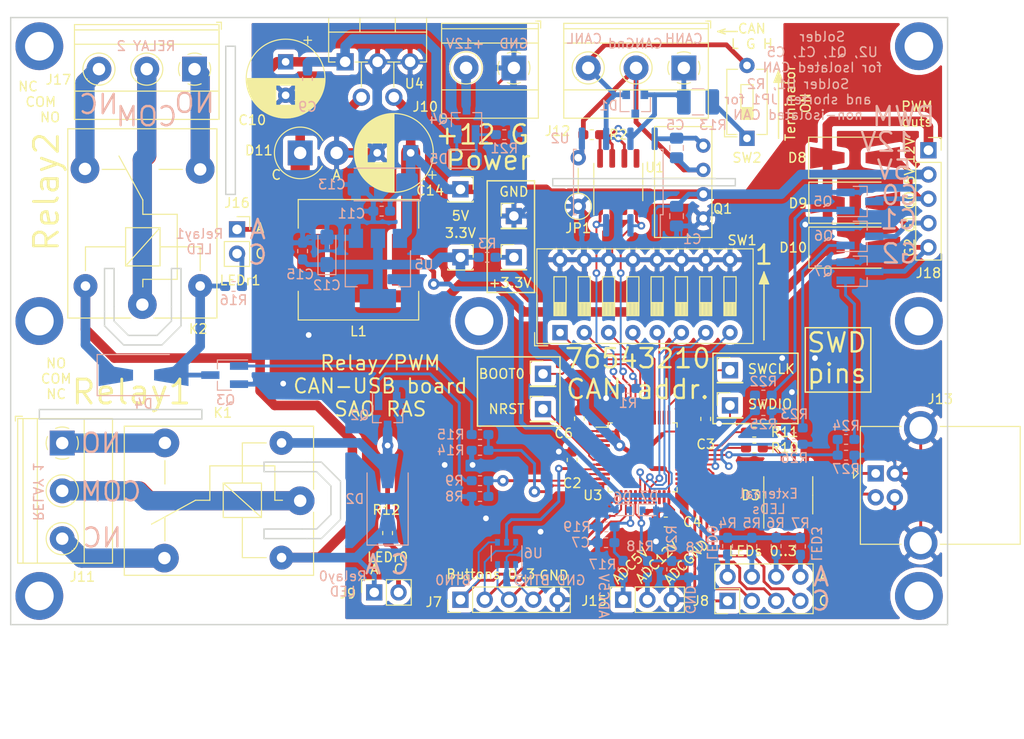
<source format=kicad_pcb>
(kicad_pcb (version 20171130) (host pcbnew 5.1.7)
  (layers (0 F.Cu signal) (31 B.Cu signal) (34 B.Paste user) (35 F.Paste user) (36 B.SilkS user) (37 F.SilkS user) (38 B.Mask user) (39 F.Mask user) (44 Edge.Cuts user))
  (net 0 "")
  (net 1 GND)
  (net 2 +3V3)
  (net 3 +5V)
  (net 4 /NRST)
  (net 5 /BOOT0)
  (net 6 "Net-(D3-Pad2)")
  (net 7 /LED0)
  (net 8 /LED1)
  (net 9 /CAN_Tx)
  (net 10 /CAN_Rx)
  (net 11 /CANL)
  (net 12 /CANH)
  (net 13 "Net-(D2-Pad2)")
  (net 14 "Net-(D4-Pad2)")
  (net 15 /SWDIO)
  (net 16 /SWCLK)
  (net 17 "Net-(R2-Pad1)")
  (net 18 Earth)
  (net 19 "Net-(C5-Pad1)")
  (net 20 /ADC5V)
  (net 21 /ADC12V)
  (net 22 /12Vint)
  (net 23 "Net-(D3-Pad7)")
  (net 24 "Net-(D3-Pad6)")
  (net 25 "Net-(D3-Pad3)")
  (net 26 "Net-(D3-Pad1)")
  (net 27 "Net-(D5-Pad2)")
  (net 28 /G1)
  (net 29 /G2)
  (net 30 /G3)
  (net 31 "Net-(D11-Pad1)")
  (net 32 "Net-(J1-Pad1)")
  (net 33 /BTN1)
  (net 34 /BTN2)
  (net 35 /BTN3)
  (net 36 /BTN4)
  (net 37 "Net-(J8-Pad2)")
  (net 38 "Net-(J8-Pad4)")
  (net 39 /LED2)
  (net 40 "Net-(J8-Pad6)")
  (net 41 /LED3)
  (net 42 "Net-(J8-Pad8)")
  (net 43 "Net-(J9-Pad2)")
  (net 44 "Net-(J11-Pad1)")
  (net 45 "Net-(J11-Pad2)")
  (net 46 "Net-(J11-Pad3)")
  (net 47 "Net-(J15-Pad1)")
  (net 48 "Net-(J15-Pad2)")
  (net 49 "Net-(J16-Pad2)")
  (net 50 "Net-(J17-Pad1)")
  (net 51 "Net-(J17-Pad2)")
  (net 52 "Net-(J17-Pad3)")
  (net 53 "Net-(Q2-Pad1)")
  (net 54 "Net-(Q3-Pad1)")
  (net 55 "Net-(Q5-Pad1)")
  (net 56 "Net-(Q6-Pad1)")
  (net 57 "Net-(Q7-Pad1)")
  (net 58 /Relay1)
  (net 59 "Net-(R10-Pad2)")
  (net 60 "Net-(R11-Pad2)")
  (net 61 "Net-(R13-Pad1)")
  (net 62 /Relay2)
  (net 63 /PWM1)
  (net 64 /PWM2)
  (net 65 /PWM3)
  (net 66 /Addr0)
  (net 67 /Addr1)
  (net 68 /Addr2)
  (net 69 /Addr3)
  (net 70 /Addr4)
  (net 71 /Addr5)
  (net 72 /Addr6)
  (net 73 /Addr7)
  (net 74 "Net-(J10-Pad2)")
  (module Relay_THT:Relay_SPDT_SANYOU_SRD_Series_Form_C (layer F.Cu) (at 33.274 73.533 90)
    (fp_text reference K2 (at -2.54 5.842 180) (layer F.SilkS))
    (fp_text value G5LE-1)
    (pad 2 thru_hole circle (at 1.95 6.05 180) (size 2.5 2.5) (drill 1) (layers *.Cu *.Mask) (net 14 "Net-(D4-Pad2)"))
    (pad 3 thru_hole circle (at 14.15 6.05 180) (size 3 3) (drill 1.3) (layers *.Cu *.Mask) (net 50 "Net-(J17-Pad1)"))
    (pad 4 thru_hole circle (at 14.2 -6 180) (size 3 3) (drill 1.3) (layers *.Cu *.Mask) (net 52 "Net-(J17-Pad3)"))
    (pad 5 thru_hole circle (at 1.95 -5.95 180) (size 2.5 2.5) (drill 1) (layers *.Cu *.Mask) (net 22 /12Vint))
    (pad 1 thru_hole circle (at 0 0 180) (size 3 3) (drill 1.3) (layers *.Cu *.Mask) (net 51 "Net-(J17-Pad2)"))
  )
  (module Capacitor_Tantalum_SMD:CP_EIA-6032-28_Kemet-C_Pad2.25x2.35mm_HandSolder (layer B.Cu) (at 58.42 60.96 180)
    (fp_text reference C13 (at 5.324 0) (layer B.SilkS) (effects (justify mirror)))
    (fp_text value "47u 10V")
    (pad 1 smd roundrect (at -2.55 0 180) (size 2.25 2.35) (layers B.Cu B.Paste B.Mask) (roundrect_rratio 0.111111) (net 3 +5V))
    (pad 2 smd roundrect (at 2.55 0 180) (size 2.25 2.35) (layers B.Cu B.Paste B.Mask) (roundrect_rratio 0.111111) (net 1 GND))
  )
  (module TerminalBlock_Phoenix:TerminalBlock_Phoenix_MKDS-1,5-2_1x02_P5.00mm_Horizontal (layer F.Cu) (at 72.136 48.768 180)
    (fp_text reference J10 (at 9.271 -4.064) (layer F.SilkS))
    (fp_text value Screw_Terminal_01x02)
    (pad 2 thru_hole circle (at 5 0 180) (size 2.6 2.6) (drill 1.3) (layers *.Cu *.Mask) (net 74 "Net-(J10-Pad2)"))
    (pad 1 thru_hole rect (at 0 0 180) (size 2.6 2.6) (drill 1.3) (layers *.Cu *.Mask) (net 1 GND))
  )
  (module Resistor_THT:R_Axial_DIN0207_L6.3mm_D2.5mm_P5.08mm_Vertical (layer F.Cu) (at 78.867 63.246 90)
    (fp_text reference JP1 (at -2.286 0 180) (layer F.SilkS))
    (fp_text value NON-ISOL)
    (pad 2 thru_hole oval (at 5.08 0 90) (size 1.6 1.6) (drill 0.8) (layers *.Cu *.Mask) (net 18 Earth))
    (pad 1 thru_hole circle (at 0 0 90) (size 1.6 1.6) (drill 0.8) (layers *.Cu *.Mask) (net 1 GND))
  )
  (module Capacitor_SMD:C_0603_1608Metric_Pad1.05x0.95mm_HandSolder (layer B.Cu) (at 81.774 98.425 180)
    (fp_text reference C7 (at 2.653 0) (layer B.SilkS) (effects (justify mirror)))
    (fp_text value 0.1)
    (pad 2 smd roundrect (at 0.875 0 180) (size 1.05 0.95) (layers B.Cu B.Paste B.Mask) (net 1 GND))
    (pad 1 smd roundrect (at -0.875 0 180) (size 1.05 0.95) (layers B.Cu B.Paste B.Mask) (net 20 /ADC5V))
  )
  (module Capacitor_SMD:C_0603_1608Metric_Pad1.05x0.95mm_HandSolder (layer F.Cu) (at 78.232 89.775 270)
    (fp_text reference C2 (at 2.427 0 180) (layer F.SilkS))
    (fp_text value 0.1)
    (pad 2 smd roundrect (at 0.875 0 270) (size 1.05 0.95) (layers F.Cu F.Paste F.Mask) (net 2 +3V3))
    (pad 1 smd roundrect (at -0.875 0 270) (size 1.05 0.95) (layers F.Cu F.Paste F.Mask) (net 1 GND))
  )
  (module Capacitor_SMD:C_0603_1608Metric_Pad1.05x0.95mm_HandSolder (layer F.Cu) (at 92.202 85.485 90)
    (fp_text reference C3 (at -2.653 0 180) (layer F.SilkS))
    (fp_text value 0.1)
    (pad 1 smd roundrect (at -0.875 0 90) (size 1.05 0.95) (layers F.Cu F.Paste F.Mask) (net 1 GND))
    (pad 2 smd roundrect (at 0.875 0 90) (size 1.05 0.95) (layers F.Cu F.Paste F.Mask) (net 2 +3V3))
  )
  (module Capacitor_SMD:C_0603_1608Metric_Pad1.05x0.95mm_HandSolder (layer F.Cu) (at 88.025 96.266)
    (fp_text reference C4 (at 2.78 0) (layer F.SilkS))
    (fp_text value 0.1)
    (pad 1 smd roundrect (at -0.875 0) (size 1.05 0.95) (layers F.Cu F.Paste F.Mask) (net 1 GND))
    (pad 2 smd roundrect (at 0.875 0) (size 1.05 0.95) (layers F.Cu F.Paste F.Mask) (net 2 +3V3))
  )
  (module Capacitor_SMD:C_0603_1608Metric_Pad1.05x0.95mm_HandSolder (layer F.Cu) (at 78.994 85.457 270)
    (fp_text reference C6 (at 1.538 1.651 180) (layer F.SilkS))
    (fp_text value 0.1)
    (pad 1 smd roundrect (at -0.875 0 270) (size 1.05 0.95) (layers F.Cu F.Paste F.Mask) (net 1 GND))
    (pad 2 smd roundrect (at 0.875 0 270) (size 1.05 0.95) (layers F.Cu F.Paste F.Mask) (net 2 +3V3))
  )
  (module TO_SOT_Packages_SMD:SOT-23 (layer B.Cu) (at 84.836 52.578 270)
    (fp_text reference D1 (at 0.127 2.794 180) (layer B.SilkS) (effects (justify mirror)))
    (fp_text value PESD1CAN)
    (pad 1 smd rect (at -1 0.95 270) (size 0.9 0.8) (layers B.Cu B.Paste B.Mask) (net 11 /CANL))
    (pad 2 smd rect (at -1 -0.95 270) (size 0.9 0.8) (layers B.Cu B.Paste B.Mask) (net 12 /CANH))
    (pad 3 smd rect (at 1 0 270) (size 0.9 0.8) (layers B.Cu B.Paste B.Mask) (net 18 Earth))
  )
  (module my_footprints:Hole_3mm (layer F.Cu) (at 22.5 104)
    (fp_text reference P1 hide)
    (fp_text value Hole hide)
    (pad 1 thru_hole circle (at 0 0) (size 5 5) (drill 3) (layers *.Cu *.Mask))
  )
  (module my_footprints:Hole_3mm (layer F.Cu) (at 114.5 104)
    (fp_text reference P2 hide)
    (fp_text value Hole hide)
    (pad 1 thru_hole circle (at 0 0) (size 5 5) (drill 3) (layers *.Cu *.Mask))
  )
  (module my_footprints:Hole_3mm (layer F.Cu) (at 114.5 46.5)
    (fp_text reference P3 hide)
    (fp_text value Hole hide)
    (pad 1 thru_hole circle (at 0 0) (size 5 5) (drill 3) (layers *.Cu *.Mask))
  )
  (module my_footprints:Hole_3mm (layer F.Cu) (at 22.5 46.5)
    (fp_text reference P4 hide)
    (fp_text value Hole hide)
    (pad 1 thru_hole circle (at 0 0) (size 5 5) (drill 3) (layers *.Cu *.Mask))
  )
  (module my_footprints:B0x0xS (layer F.Cu) (at 91.948 60.706 90)
    (fp_text reference Q1 (at -2.794 2.032) (layer F.SilkS))
    (fp_text value B0505S)
    (pad 1 thru_hole circle (at -3.81 0 90) (size 1.5 1.5) (drill 0.8) (layers *.Cu *.Mask) (net 1 GND))
    (pad 2 thru_hole circle (at -1.27 0 90) (size 1.5 1.5) (drill 0.8) (layers *.Cu *.Mask) (net 3 +5V))
    (pad 3 thru_hole circle (at 1.27 0 90) (size 1.5 1.5) (drill 0.8) (layers *.Cu *.Mask) (net 18 Earth))
    (pad 4 thru_hole circle (at 3.81 0 90) (size 1.5 1.5) (drill 0.8) (layers *.Cu *.Mask) (net 19 "Net-(C5-Pad1)"))
  )
  (module Resistor_SMD:R_0603_1608Metric_Pad1.05x0.95mm_HandSolder (layer F.Cu) (at 80.278 55.753 180)
    (fp_text reference R2 (at -2.78 0) (layer F.SilkS))
    (fp_text value 4k7)
    (pad 1 smd roundrect (at -0.875 0 180) (size 1.05 0.95) (layers F.Cu F.Paste F.Mask) (net 17 "Net-(R2-Pad1)"))
    (pad 2 smd roundrect (at 0.875 0 180) (size 1.05 0.95) (layers F.Cu F.Paste F.Mask) (net 18 Earth))
  )
  (module Resistor_SMD:R_0603_1608Metric_Pad1.05x0.95mm_HandSolder (layer B.Cu) (at 69.342 68.58 180)
    (fp_text reference R3 (at 0 1.43) (layer B.SilkS) (effects (justify mirror)))
    (fp_text value 22)
    (pad 1 smd roundrect (at -0.875 0 180) (size 1.05 0.95) (layers B.Cu B.Paste B.Mask) (net 32 "Net-(J1-Pad1)"))
    (pad 2 smd roundrect (at 0.875 0 180) (size 1.05 0.95) (layers B.Cu B.Paste B.Mask) (net 2 +3V3))
  )
  (module Resistor_SMD:R_0603_1608Metric_Pad1.05x0.95mm_HandSolder (layer B.Cu) (at 94.488 98.792 270)
    (fp_text reference R4 (at -2.399 0 180) (layer B.SilkS) (effects (justify mirror)))
    (fp_text value 680)
    (pad 2 smd roundrect (at 0.875 0 270) (size 1.05 0.95) (layers B.Cu B.Paste B.Mask) (net 37 "Net-(J8-Pad2)"))
    (pad 1 smd roundrect (at -0.875 0 270) (size 1.05 0.95) (layers B.Cu B.Paste B.Mask) (net 3 +5V))
  )
  (module Resistor_SMD:R_0603_1608Metric_Pad1.05x0.95mm_HandSolder (layer B.Cu) (at 97.028 98.792 270)
    (fp_text reference R5 (at -2.399 0 180) (layer B.SilkS) (effects (justify mirror)))
    (fp_text value 680)
    (pad 1 smd roundrect (at -0.875 0 270) (size 1.05 0.95) (layers B.Cu B.Paste B.Mask) (net 3 +5V))
    (pad 2 smd roundrect (at 0.875 0 270) (size 1.05 0.95) (layers B.Cu B.Paste B.Mask) (net 38 "Net-(J8-Pad4)"))
  )
  (module Resistor_SMD:R_0603_1608Metric_Pad1.05x0.95mm_HandSolder (layer B.Cu) (at 99.568 98.792 270)
    (fp_text reference R6 (at -2.413 0.0635 180) (layer B.SilkS) (effects (justify mirror)))
    (fp_text value 680)
    (pad 2 smd roundrect (at 0.875 0 270) (size 1.05 0.95) (layers B.Cu B.Paste B.Mask) (net 40 "Net-(J8-Pad6)"))
    (pad 1 smd roundrect (at -0.875 0 270) (size 1.05 0.95) (layers B.Cu B.Paste B.Mask) (net 3 +5V))
  )
  (module Resistor_SMD:R_0603_1608Metric_Pad1.05x0.95mm_HandSolder (layer B.Cu) (at 102.108 98.82 270)
    (fp_text reference R7 (at -2.427 0 180) (layer B.SilkS) (effects (justify mirror)))
    (fp_text value 680)
    (pad 2 smd roundrect (at 0.875 0 270) (size 1.05 0.95) (layers B.Cu B.Paste B.Mask) (net 42 "Net-(J8-Pad8)"))
    (pad 1 smd roundrect (at -0.875 0 270) (size 1.05 0.95) (layers B.Cu B.Paste B.Mask) (net 3 +5V))
  )
  (module Resistor_SMD:R_0603_1608Metric_Pad1.05x0.95mm_HandSolder (layer B.Cu) (at 68.594 93.599)
    (fp_text reference R8 (at -2.681 0) (layer B.SilkS) (effects (justify mirror)))
    (fp_text value 10k)
    (pad 1 smd roundrect (at -0.875 0) (size 1.05 0.95) (layers B.Cu B.Paste B.Mask) (net 1 GND))
    (pad 2 smd roundrect (at 0.875 0) (size 1.05 0.95) (layers B.Cu B.Paste B.Mask) (net 58 /Relay1))
  )
  (module Package_QFP:LQFP-48_7x7mm_P0.5mm (layer F.Cu) (at 85.602 89.5065)
    (fp_text reference U3 (at -5.211 3.9655) (layer F.SilkS))
    (fp_text value STM32F072C8Tx)
    (pad 1 smd roundrect (at -4.1625 -2.75) (size 1.475 0.3) (layers F.Cu F.Paste F.Mask) (net 2 +3V3))
    (pad 2 smd roundrect (at -4.1625 -2.25) (size 1.475 0.3) (layers F.Cu F.Paste F.Mask))
    (pad 3 smd roundrect (at -4.1625 -1.75) (size 1.475 0.3) (layers F.Cu F.Paste F.Mask))
    (pad 4 smd roundrect (at -4.1625 -1.25) (size 1.475 0.3) (layers F.Cu F.Paste F.Mask))
    (pad 5 smd roundrect (at -4.1625 -0.75) (size 1.475 0.3) (layers F.Cu F.Paste F.Mask))
    (pad 6 smd roundrect (at -4.1625 -0.25) (size 1.475 0.3) (layers F.Cu F.Paste F.Mask))
    (pad 7 smd roundrect (at -4.1625 0.25) (size 1.475 0.3) (layers F.Cu F.Paste F.Mask) (net 4 /NRST))
    (pad 8 smd roundrect (at -4.1625 0.75) (size 1.475 0.3) (layers F.Cu F.Paste F.Mask) (net 1 GND))
    (pad 9 smd roundrect (at -4.1625 1.25) (size 1.475 0.3) (layers F.Cu F.Paste F.Mask) (net 2 +3V3))
    (pad 10 smd roundrect (at -4.1625 1.75) (size 1.475 0.3) (layers F.Cu F.Paste F.Mask) (net 58 /Relay1))
    (pad 11 smd roundrect (at -4.1625 2.25) (size 1.475 0.3) (layers F.Cu F.Paste F.Mask) (net 62 /Relay2))
    (pad 12 smd roundrect (at -4.1625 2.75) (size 1.475 0.3) (layers F.Cu F.Paste F.Mask) (net 33 /BTN1))
    (pad 13 smd roundrect (at -2.75 4.1625) (size 0.3 1.475) (layers F.Cu F.Paste F.Mask) (net 34 /BTN2))
    (pad 14 smd roundrect (at -2.25 4.1625) (size 0.3 1.475) (layers F.Cu F.Paste F.Mask) (net 35 /BTN3))
    (pad 15 smd roundrect (at -1.75 4.1625) (size 0.3 1.475) (layers F.Cu F.Paste F.Mask) (net 36 /BTN4))
    (pad 16 smd roundrect (at -1.25 4.1625) (size 0.3 1.475) (layers F.Cu F.Paste F.Mask) (net 20 /ADC5V))
    (pad 17 smd roundrect (at -0.75 4.1625) (size 0.3 1.475) (layers F.Cu F.Paste F.Mask) (net 21 /ADC12V))
    (pad 18 smd roundrect (at -0.25 4.1625) (size 0.3 1.475) (layers F.Cu F.Paste F.Mask) (net 66 /Addr0))
    (pad 19 smd roundrect (at 0.25 4.1625) (size 0.3 1.475) (layers F.Cu F.Paste F.Mask) (net 67 /Addr1))
    (pad 20 smd roundrect (at 0.75 4.1625) (size 0.3 1.475) (layers F.Cu F.Paste F.Mask) (net 68 /Addr2))
    (pad 21 smd roundrect (at 1.25 4.1625) (size 0.3 1.475) (layers F.Cu F.Paste F.Mask))
    (pad 22 smd roundrect (at 1.75 4.1625) (size 0.3 1.475) (layers F.Cu F.Paste F.Mask))
    (pad 23 smd roundrect (at 2.25 4.1625) (size 0.3 1.475) (layers F.Cu F.Paste F.Mask) (net 1 GND))
    (pad 24 smd roundrect (at 2.75 4.1625) (size 0.3 1.475) (layers F.Cu F.Paste F.Mask) (net 2 +3V3))
    (pad 25 smd roundrect (at 4.1625 2.75) (size 1.475 0.3) (layers F.Cu F.Paste F.Mask) (net 7 /LED0))
    (pad 26 smd roundrect (at 4.1625 2.25) (size 1.475 0.3) (layers F.Cu F.Paste F.Mask) (net 8 /LED1))
    (pad 27 smd roundrect (at 4.1625 1.75) (size 1.475 0.3) (layers F.Cu F.Paste F.Mask) (net 39 /LED2))
    (pad 28 smd roundrect (at 4.1625 1.25) (size 1.475 0.3) (layers F.Cu F.Paste F.Mask) (net 41 /LED3))
    (pad 29 smd roundrect (at 4.1625 0.75) (size 1.475 0.3) (layers F.Cu F.Paste F.Mask) (net 63 /PWM1))
    (pad 30 smd roundrect (at 4.1625 0.25) (size 1.475 0.3) (layers F.Cu F.Paste F.Mask) (net 64 /PWM2))
    (pad 31 smd roundrect (at 4.1625 -0.25) (size 1.475 0.3) (layers F.Cu F.Paste F.Mask) (net 65 /PWM3))
    (pad 32 smd roundrect (at 4.1625 -0.75) (size 1.475 0.3) (layers F.Cu F.Paste F.Mask) (net 59 "Net-(R10-Pad2)"))
    (pad 33 smd roundrect (at 4.1625 -1.25) (size 1.475 0.3) (layers F.Cu F.Paste F.Mask) (net 60 "Net-(R11-Pad2)"))
    (pad 34 smd roundrect (at 4.1625 -1.75) (size 1.475 0.3) (layers F.Cu F.Paste F.Mask) (net 15 /SWDIO))
    (pad 35 smd roundrect (at 4.1625 -2.25) (size 1.475 0.3) (layers F.Cu F.Paste F.Mask) (net 1 GND))
    (pad 36 smd roundrect (at 4.1625 -2.75) (size 1.475 0.3) (layers F.Cu F.Paste F.Mask) (net 2 +3V3))
    (pad 37 smd roundrect (at 2.75 -4.1625) (size 0.3 1.475) (layers F.Cu F.Paste F.Mask) (net 16 /SWCLK))
    (pad 38 smd roundrect (at 2.25 -4.1625) (size 0.3 1.475) (layers F.Cu F.Paste F.Mask))
    (pad 39 smd roundrect (at 1.75 -4.1625) (size 0.3 1.475) (layers F.Cu F.Paste F.Mask) (net 69 /Addr3))
    (pad 40 smd roundrect (at 1.25 -4.1625) (size 0.3 1.475) (layers F.Cu F.Paste F.Mask) (net 70 /Addr4))
    (pad 41 smd roundrect (at 0.75 -4.1625) (size 0.3 1.475) (layers F.Cu F.Paste F.Mask) (net 71 /Addr5))
    (pad 42 smd roundrect (at 0.25 -4.1625) (size 0.3 1.475) (layers F.Cu F.Paste F.Mask) (net 72 /Addr6))
    (pad 43 smd roundrect (at -0.25 -4.1625) (size 0.3 1.475) (layers F.Cu F.Paste F.Mask) (net 73 /Addr7))
    (pad 44 smd roundrect (at -0.75 -4.1625) (size 0.3 1.475) (layers F.Cu F.Paste F.Mask) (net 5 /BOOT0))
    (pad 45 smd roundrect (at -1.25 -4.1625) (size 0.3 1.475) (layers F.Cu F.Paste F.Mask) (net 10 /CAN_Rx))
    (pad 46 smd roundrect (at -1.75 -4.1625) (size 0.3 1.475) (layers F.Cu F.Paste F.Mask) (net 9 /CAN_Tx))
    (pad 47 smd roundrect (at -2.25 -4.1625) (size 0.3 1.475) (layers F.Cu F.Paste F.Mask) (net 1 GND))
    (pad 48 smd roundrect (at -2.75 -4.1625) (size 0.3 1.475) (layers F.Cu F.Paste F.Mask) (net 2 +3V3))
  )
  (module Capacitor_SMD:C_0805_2012Metric_Pad1.15x1.40mm_HandSolder (layer B.Cu) (at 89.154 64.271 270)
    (fp_text reference C1 (at 2.404 -1.651 180) (layer B.SilkS) (effects (justify mirror)))
    (fp_text value 1)
    (pad 1 smd roundrect (at -1.025 0 270) (size 1.15 1.4) (layers B.Cu B.Paste B.Mask) (roundrect_rratio 0.217391) (net 3 +5V))
    (pad 2 smd roundrect (at 1.025 0 270) (size 1.15 1.4) (layers B.Cu B.Paste B.Mask) (roundrect_rratio 0.217391) (net 1 GND))
  )
  (module Capacitor_SMD:C_0805_2012Metric_Pad1.15x1.40mm_HandSolder (layer B.Cu) (at 89.154 57.141 270)
    (fp_text reference C5 (at -2.404 0.127) (layer B.SilkS) (effects (justify mirror)))
    (fp_text value 1)
    (pad 2 smd roundrect (at 1.025 0 270) (size 1.15 1.4) (layers B.Cu B.Paste B.Mask) (roundrect_rratio 0.217391) (net 18 Earth))
    (pad 1 smd roundrect (at -1.025 0 270) (size 1.15 1.4) (layers B.Cu B.Paste B.Mask) (roundrect_rratio 0.217391) (net 19 "Net-(C5-Pad1)"))
  )
  (module Capacitor_SMD:C_0603_1608Metric_Pad1.05x0.95mm_HandSolder (layer B.Cu) (at 90.424 101.205 270)
    (fp_text reference C8 (at -2.272 -0.635) (layer B.SilkS) (effects (justify mirror)))
    (fp_text value 0.1)
    (pad 1 smd roundrect (at -0.875 0 270) (size 1.05 0.95) (layers B.Cu B.Paste B.Mask) (net 21 /ADC12V))
    (pad 2 smd roundrect (at 0.875 0 270) (size 1.05 0.95) (layers B.Cu B.Paste B.Mask) (net 1 GND))
  )
  (module Capacitor_SMD:C_0603_1608Metric_Pad1.05x0.95mm_HandSolder (layer B.Cu) (at 50.546 49.911 270)
    (fp_text reference C9 (at 2.921 0 180) (layer B.SilkS) (effects (justify mirror)))
    (fp_text value 0.1)
    (pad 1 smd roundrect (at -0.875 0 270) (size 1.05 0.95) (layers B.Cu B.Paste B.Mask) (net 22 /12Vint))
    (pad 2 smd roundrect (at 0.875 0 270) (size 1.05 0.95) (layers B.Cu B.Paste B.Mask) (net 1 GND))
  )
  (module Capacitor_SMD:C_0603_1608Metric_Pad1.05x0.95mm_HandSolder (layer B.Cu) (at 58.307 63.754 180)
    (fp_text reference C11 (at 3.161 -0.254) (layer B.SilkS) (effects (justify mirror)))
    (fp_text value 0.1)
    (pad 2 smd roundrect (at 0.875 0 180) (size 1.05 0.95) (layers B.Cu B.Paste B.Mask) (net 1 GND))
    (pad 1 smd roundrect (at -0.875 0 180) (size 1.05 0.95) (layers B.Cu B.Paste B.Mask) (net 3 +5V))
  )
  (module Capacitor_SMD:C_0603_1608Metric_Pad1.05x0.95mm_HandSolder (layer B.Cu) (at 50.038 67.931 90)
    (fp_text reference C15 (at -2.427 -0.254 180) (layer B.SilkS) (effects (justify mirror)))
    (fp_text value 0.1)
    (pad 2 smd roundrect (at 0.875 0 90) (size 1.05 0.95) (layers B.Cu B.Paste B.Mask) (net 1 GND))
    (pad 1 smd roundrect (at -0.875 0 90) (size 1.05 0.95) (layers B.Cu B.Paste B.Mask) (net 2 +3V3))
  )
  (module Diode_SMD:D_SMA-SMB_Universal_Handsoldering (layer B.Cu) (at 58.928 93.832 90)
    (fp_text reference D2 (at -0.021 -3.429 180) (layer B.SilkS) (effects (justify mirror)))
    (fp_text value SS14)
    (pad 1 smd trapezoid (at -2.9 0 90) (size 3.6 1.7) (rect_delta 0.6 0) (layers B.Cu B.Paste B.Mask) (net 22 /12Vint))
    (pad 2 smd trapezoid (at 2.9 0 270) (size 3.6 1.7) (rect_delta 0.6 0) (layers B.Cu B.Paste B.Mask) (net 13 "Net-(D2-Pad2)"))
  )
  (module Package_SO:SOIC-8_3.9x4.9mm_P1.27mm (layer F.Cu) (at 100.838 93.472 90)
    (fp_text reference D3 (at 0 -3.937 180) (layer F.SilkS))
    (fp_text value USB6B1)
    (pad 8 smd roundrect (at 2.475 -1.905 90) (size 1.95 0.6) (layers F.Cu F.Paste F.Mask))
    (pad 7 smd roundrect (at 2.475 -0.635 90) (size 1.95 0.6) (layers F.Cu F.Paste F.Mask) (net 23 "Net-(D3-Pad7)"))
    (pad 6 smd roundrect (at 2.475 0.635 90) (size 1.95 0.6) (layers F.Cu F.Paste F.Mask) (net 24 "Net-(D3-Pad6)"))
    (pad 5 smd roundrect (at 2.475 1.905 90) (size 1.95 0.6) (layers F.Cu F.Paste F.Mask) (net 1 GND))
    (pad 4 smd roundrect (at -2.475 1.905 90) (size 1.95 0.6) (layers F.Cu F.Paste F.Mask) (net 1 GND))
    (pad 3 smd roundrect (at -2.475 0.635 90) (size 1.95 0.6) (layers F.Cu F.Paste F.Mask) (net 25 "Net-(D3-Pad3)"))
    (pad 2 smd roundrect (at -2.475 -0.635 90) (size 1.95 0.6) (layers F.Cu F.Paste F.Mask) (net 6 "Net-(D3-Pad2)"))
    (pad 1 smd roundrect (at -2.475 -1.905 90) (size 1.95 0.6) (layers F.Cu F.Paste F.Mask) (net 26 "Net-(D3-Pad1)"))
  )
  (module Diode_SMD:D_SMA-SMB_Universal_Handsoldering (layer B.Cu) (at 33.401 80.899)
    (fp_text reference D4 (at 0 3) (layer B.SilkS) (effects (justify mirror)))
    (fp_text value SS14)
    (pad 2 smd trapezoid (at 2.9 0 180) (size 3.6 1.7) (rect_delta 0.6 0) (layers B.Cu B.Paste B.Mask) (net 14 "Net-(D4-Pad2)"))
    (pad 1 smd trapezoid (at -2.9 0) (size 3.6 1.7) (rect_delta 0.6 0) (layers B.Cu B.Paste B.Mask) (net 22 /12Vint))
  )
  (module Diode_SMD:D_0805_2012Metric_Pad1.15x1.40mm_HandSolder (layer B.Cu) (at 67.183 58.293)
    (fp_text reference D5 (at -2.921 0) (layer B.SilkS) (effects (justify mirror)))
    (fp_text value MM3Z7V5)
    (pad 1 smd roundrect (at -1.025 0) (size 1.15 1.4) (layers B.Cu B.Paste B.Mask) (roundrect_rratio 0.217391) (net 22 /12Vint))
    (pad 2 smd roundrect (at 1.025 0) (size 1.15 1.4) (layers B.Cu B.Paste B.Mask) (roundrect_rratio 0.217391) (net 27 "Net-(D5-Pad2)"))
  )
  (module Diode_SMD:D_SOD-523 (layer B.Cu) (at 83.501 94.996 180)
    (fp_text reference D6 (at 0 1.3) (layer B.SilkS) (effects (justify mirror)))
    (fp_text value CESD3v3)
    (pad 1 smd rect (at -0.7 0) (size 0.6 0.7) (layers B.Cu B.Paste B.Mask) (net 20 /ADC5V))
    (pad 2 smd rect (at 0.7 0) (size 0.6 0.7) (layers B.Cu B.Paste B.Mask) (net 1 GND))
  )
  (module Diode_SMD:D_SOD-523 (layer B.Cu) (at 86.298 94.996)
    (fp_text reference D7 (at 0 -1.397) (layer B.SilkS) (effects (justify mirror)))
    (fp_text value CESD3v3)
    (pad 2 smd rect (at 0.7 0 180) (size 0.6 0.7) (layers B.Cu B.Paste B.Mask) (net 1 GND))
    (pad 1 smd rect (at -0.7 0 180) (size 0.6 0.7) (layers B.Cu B.Paste B.Mask) (net 21 /ADC12V))
  )
  (module Diode_SMD:D_SMA-SMB_Universal_Handsoldering (layer F.Cu) (at 107.823 58.166)
    (fp_text reference D8 (at -6.0535 0) (layer F.SilkS))
    (fp_text value SS14)
    (pad 1 smd trapezoid (at -2.9 0) (size 3.6 1.7) (rect_delta 0.6 0) (layers F.Cu F.Paste F.Mask) (net 22 /12Vint))
    (pad 2 smd trapezoid (at 2.9 0 180) (size 3.6 1.7) (rect_delta 0.6 0) (layers F.Cu F.Paste F.Mask) (net 28 /G1))
  )
  (module Diode_SMD:D_SMA-SMB_Universal_Handsoldering (layer F.Cu) (at 107.844 62.865)
    (fp_text reference D9 (at -5.99 0.0635) (layer F.SilkS))
    (fp_text value SS14)
    (pad 2 smd trapezoid (at 2.9 0 180) (size 3.6 1.7) (rect_delta 0.6 0) (layers F.Cu F.Paste F.Mask) (net 29 /G2))
    (pad 1 smd trapezoid (at -2.9 0) (size 3.6 1.7) (rect_delta 0.6 0) (layers F.Cu F.Paste F.Mask) (net 22 /12Vint))
  )
  (module Diode_SMD:D_SMA-SMB_Universal_Handsoldering (layer F.Cu) (at 107.844 67.564)
    (fp_text reference D10 (at -6.498 0) (layer F.SilkS))
    (fp_text value SS14)
    (pad 1 smd trapezoid (at -2.9 0) (size 3.6 1.7) (rect_delta 0.6 0) (layers F.Cu F.Paste F.Mask) (net 22 /12Vint))
    (pad 2 smd trapezoid (at 2.9 0 180) (size 3.6 1.7) (rect_delta 0.6 0) (layers F.Cu F.Paste F.Mask) (net 30 /G3))
  )
  (module Connector_PinHeader_2.54mm:PinHeader_1x01_P2.54mm_Vertical (layer F.Cu) (at 72.136 68.58)
    (fp_text reference J1 hide)
    (fp_text value +3.3V (at -0.381 2.667) (layer F.SilkS))
    (pad 1 thru_hole rect (at 0 0) (size 1.7 1.7) (drill 1) (layers *.Cu *.Mask) (net 32 "Net-(J1-Pad1)"))
  )
  (module Connector_PinHeader_2.54mm:PinHeader_1x01_P2.54mm_Vertical (layer F.Cu) (at 75.184 84.455)
    (fp_text reference J2 hide)
    (fp_text value NRST (at -3.81 0 180) (layer F.SilkS))
    (pad 1 thru_hole rect (at 0 0) (size 1.7 1.7) (drill 1) (layers *.Cu *.Mask) (net 4 /NRST))
  )
  (module Connector_PinHeader_2.54mm:PinHeader_1x01_P2.54mm_Vertical (layer F.Cu) (at 75.184 80.772)
    (fp_text reference J3 hide)
    (fp_text value BOOT0 (at -4.318 0 180) (layer F.SilkS))
    (pad 1 thru_hole rect (at 0 0) (size 1.7 1.7) (drill 1) (layers *.Cu *.Mask) (net 5 /BOOT0))
  )
  (module Connector_PinHeader_2.54mm:PinHeader_1x01_P2.54mm_Vertical (layer F.Cu) (at 94.742 84.074)
    (fp_text reference J4 hide)
    (fp_text value SWDIO (at 4.191 -0.127 180) (layer F.SilkS))
    (pad 1 thru_hole rect (at 0 0) (size 1.7 1.7) (drill 1) (layers *.Cu *.Mask) (net 15 /SWDIO))
  )
  (module Connector_PinHeader_2.54mm:PinHeader_1x01_P2.54mm_Vertical (layer F.Cu) (at 94.742 80.391)
    (fp_text reference J5 hide)
    (fp_text value SWCLK (at 4.318 -0.127 180) (layer F.SilkS))
    (pad 1 thru_hole rect (at 0 0) (size 1.7 1.7) (drill 1) (layers *.Cu *.Mask) (net 16 /SWCLK))
  )
  (module Connector_PinHeader_2.54mm:PinHeader_1x01_P2.54mm_Vertical (layer F.Cu) (at 72.136 64.262)
    (fp_text reference J6 hide)
    (fp_text value GND (at 0 -2.54) (layer F.SilkS))
    (pad 1 thru_hole rect (at 0 0) (size 1.7 1.7) (drill 1) (layers *.Cu *.Mask) (net 1 GND))
  )
  (module Connector_PinHeader_2.54mm:PinHeader_1x05_P2.54mm_Vertical (layer F.Cu) (at 66.548 104.394 90)
    (fp_text reference J7 (at -0.254 -2.794 180) (layer F.SilkS))
    (fp_text value 01x05)
    (pad 1 thru_hole rect (at 0 0 90) (size 1.7 1.7) (drill 1) (layers *.Cu *.Mask) (net 33 /BTN1))
    (pad 2 thru_hole oval (at 0 2.54 90) (size 1.7 1.7) (drill 1) (layers *.Cu *.Mask) (net 34 /BTN2))
    (pad 3 thru_hole oval (at 0 5.08 90) (size 1.7 1.7) (drill 1) (layers *.Cu *.Mask) (net 35 /BTN3))
    (pad 4 thru_hole oval (at 0 7.62 90) (size 1.7 1.7) (drill 1) (layers *.Cu *.Mask) (net 36 /BTN4))
    (pad 5 thru_hole oval (at 0 10.16 90) (size 1.7 1.7) (drill 1) (layers *.Cu *.Mask) (net 1 GND))
  )
  (module Connector_PinHeader_2.54mm:PinHeader_2x04_P2.54mm_Vertical (layer F.Cu) (at 94.488 104.521 90)
    (fp_text reference J8 (at 0 -2.794 180) (layer F.SilkS))
    (fp_text value Connector_Generic:Conn_02x04_Odd_Even)
    (pad 1 thru_hole rect (at 0 0 90) (size 1.7 1.7) (drill 1) (layers *.Cu *.Mask) (net 7 /LED0))
    (pad 2 thru_hole oval (at 2.54 0 90) (size 1.7 1.7) (drill 1) (layers *.Cu *.Mask) (net 37 "Net-(J8-Pad2)"))
    (pad 3 thru_hole oval (at 0 2.54 90) (size 1.7 1.7) (drill 1) (layers *.Cu *.Mask) (net 8 /LED1))
    (pad 4 thru_hole oval (at 2.54 2.54 90) (size 1.7 1.7) (drill 1) (layers *.Cu *.Mask) (net 38 "Net-(J8-Pad4)"))
    (pad 5 thru_hole oval (at 0 5.08 90) (size 1.7 1.7) (drill 1) (layers *.Cu *.Mask) (net 39 /LED2))
    (pad 6 thru_hole oval (at 2.54 5.08 90) (size 1.7 1.7) (drill 1) (layers *.Cu *.Mask) (net 40 "Net-(J8-Pad6)"))
    (pad 7 thru_hole oval (at 0 7.62 90) (size 1.7 1.7) (drill 1) (layers *.Cu *.Mask) (net 41 /LED3))
    (pad 8 thru_hole oval (at 2.54 7.62 90) (size 1.7 1.7) (drill 1) (layers *.Cu *.Mask) (net 42 "Net-(J8-Pad8)"))
  )
  (module Connector_PinSocket_2.54mm:PinSocket_1x02_P2.54mm_Vertical (layer F.Cu) (at 57.531 103.632 90)
    (fp_text reference J9 (at -0.127 -2.77 180) (layer F.SilkS))
    (fp_text value Conn_01x02_Female)
    (pad 1 thru_hole rect (at 0 0 90) (size 1.7 1.7) (drill 1) (layers *.Cu *.Mask) (net 22 /12Vint))
    (pad 2 thru_hole oval (at 0 2.54 90) (size 1.7 1.7) (drill 1) (layers *.Cu *.Mask) (net 43 "Net-(J9-Pad2)"))
  )
  (module TerminalBlock_Phoenix:TerminalBlock_Phoenix_MKDS-1,5-3_1x03_P5.00mm_Horizontal (layer F.Cu) (at 24.892 88.011 270)
    (fp_text reference J11 (at 13.989 -2.108 180) (layer F.SilkS))
    (fp_text value Screw_Terminal_01x03)
    (pad 1 thru_hole rect (at 0 0 270) (size 2.6 2.6) (drill 1.3) (layers *.Cu *.Mask) (net 44 "Net-(J11-Pad1)"))
    (pad 2 thru_hole circle (at 5 0 270) (size 2.6 2.6) (drill 1.3) (layers *.Cu *.Mask) (net 45 "Net-(J11-Pad2)"))
    (pad 3 thru_hole circle (at 10 0 270) (size 2.6 2.6) (drill 1.3) (layers *.Cu *.Mask) (net 46 "Net-(J11-Pad3)"))
  )
  (module TerminalBlock_Phoenix:TerminalBlock_Phoenix_MKDS-1,5-3_1x03_P5.00mm_Horizontal (layer F.Cu) (at 89.916 48.768 180)
    (fp_text reference J12 (at 13.208 -6.604) (layer F.SilkS))
    (fp_text value Screw_Terminal_01x03)
    (pad 3 thru_hole circle (at 10 0 180) (size 2.6 2.6) (drill 1.3) (layers *.Cu *.Mask) (net 11 /CANL))
    (pad 2 thru_hole circle (at 5 0 180) (size 2.6 2.6) (drill 1.3) (layers *.Cu *.Mask) (net 18 Earth))
    (pad 1 thru_hole rect (at 0 0 180) (size 2.6 2.6) (drill 1.3) (layers *.Cu *.Mask) (net 12 /CANH))
  )
  (module Connectors_USB:USB_B_OST_USB-B1HSxx_Horizontal (layer F.Cu) (at 109.982 91.186)
    (fp_text reference J13 (at 6.76 -7.77) (layer F.SilkS))
    (fp_text value USB_B)
    (pad 1 thru_hole rect (at 0 0) (size 1.7 1.7) (drill 0.92) (layers *.Cu *.Mask) (net 26 "Net-(D3-Pad1)"))
    (pad 2 thru_hole circle (at 0 2.5) (size 1.7 1.7) (drill 0.92) (layers *.Cu *.Mask) (net 6 "Net-(D3-Pad2)"))
    (pad 3 thru_hole circle (at 2 2.5) (size 1.7 1.7) (drill 0.92) (layers *.Cu *.Mask) (net 25 "Net-(D3-Pad3)"))
    (pad 4 thru_hole circle (at 2 0) (size 1.7 1.7) (drill 0.92) (layers *.Cu *.Mask) (net 1 GND))
    (pad 5 thru_hole circle (at 4.71 -4.77) (size 3.5 3.5) (drill 2.33) (layers *.Cu *.Mask) (net 1 GND))
    (pad 5 thru_hole circle (at 4.71 7.27) (size 3.5 3.5) (drill 2.33) (layers *.Cu *.Mask) (net 1 GND))
  )
  (module Connector_PinSocket_2.54mm:PinSocket_1x03_P2.54mm_Vertical (layer F.Cu) (at 83.566 104.394 90)
    (fp_text reference J15 (at -0.127 -3.048 180) (layer F.SilkS))
    (fp_text value 01x03)
    (pad 1 thru_hole rect (at 0 0 90) (size 1.7 1.7) (drill 1) (layers *.Cu *.Mask) (net 47 "Net-(J15-Pad1)"))
    (pad 2 thru_hole oval (at 0 2.54 90) (size 1.7 1.7) (drill 1) (layers *.Cu *.Mask) (net 48 "Net-(J15-Pad2)"))
    (pad 3 thru_hole oval (at 0 5.08 90) (size 1.7 1.7) (drill 1) (layers *.Cu *.Mask) (net 1 GND))
  )
  (module Connector_PinSocket_2.54mm:PinSocket_1x02_P2.54mm_Vertical (layer F.Cu) (at 43.18 65.659)
    (fp_text reference J16 (at 0 -2.77) (layer F.SilkS))
    (fp_text value Conn_01x02_Female)
    (pad 2 thru_hole oval (at 0 2.54) (size 1.7 1.7) (drill 1) (layers *.Cu *.Mask) (net 49 "Net-(J16-Pad2)"))
    (pad 1 thru_hole rect (at 0 0) (size 1.7 1.7) (drill 1) (layers *.Cu *.Mask) (net 22 /12Vint))
  )
  (module TerminalBlock_Phoenix:TerminalBlock_Phoenix_MKDS-1,5-3_1x03_P5.00mm_Horizontal (layer F.Cu) (at 38.735 48.895 180)
    (fp_text reference J17 (at 14.235 -1.105) (layer F.SilkS))
    (fp_text value Screw_Terminal_01x03)
    (pad 1 thru_hole rect (at 0 0 180) (size 2.6 2.6) (drill 1.3) (layers *.Cu *.Mask) (net 50 "Net-(J17-Pad1)"))
    (pad 2 thru_hole circle (at 5 0 180) (size 2.6 2.6) (drill 1.3) (layers *.Cu *.Mask) (net 51 "Net-(J17-Pad2)"))
    (pad 3 thru_hole circle (at 10 0 180) (size 2.6 2.6) (drill 1.3) (layers *.Cu *.Mask) (net 52 "Net-(J17-Pad3)"))
  )
  (module Connector_PinSocket_2.54mm:PinSocket_1x05_P2.54mm_Vertical (layer F.Cu) (at 115.5 57.38)
    (fp_text reference J18 (at 0 12.851) (layer F.SilkS))
    (fp_text value 01x05)
    (pad 1 thru_hole rect (at 0 0) (size 1.7 1.7) (drill 1) (layers *.Cu *.Mask) (net 22 /12Vint))
    (pad 2 thru_hole oval (at 0 2.54) (size 1.7 1.7) (drill 1) (layers *.Cu *.Mask) (net 3 +5V))
    (pad 3 thru_hole oval (at 0 5.08) (size 1.7 1.7) (drill 1) (layers *.Cu *.Mask) (net 28 /G1))
    (pad 4 thru_hole oval (at 0 7.62) (size 1.7 1.7) (drill 1) (layers *.Cu *.Mask) (net 29 /G2))
    (pad 5 thru_hole oval (at 0 10.16) (size 1.7 1.7) (drill 1) (layers *.Cu *.Mask) (net 30 /G3))
  )
  (module Inductor_SMD:L_12x12mm_H4.5mm (layer F.Cu) (at 55.88 68.834 180)
    (fp_text reference L1 (at 0 -7.493) (layer F.SilkS))
    (fp_text value 100u)
    (pad 1 smd rect (at -4.95 0 180) (size 2.9 5.4) (layers F.Cu F.Paste F.Mask) (net 3 +5V))
    (pad 2 smd rect (at 4.95 0 180) (size 2.9 5.4) (layers F.Cu F.Paste F.Mask) (net 31 "Net-(D11-Pad1)"))
  )
  (module TO_SOT_Packages_SMD:SOT-23_Handsoldering (layer B.Cu) (at 58.928 85.114 270)
    (fp_text reference Q2 (at -0.024 2.921 180) (layer B.SilkS) (effects (justify mirror)))
    (fp_text value SI2300)
    (pad 1 smd rect (at -1.5 0.95 270) (size 1.9 0.8) (layers B.Cu B.Paste B.Mask) (net 53 "Net-(Q2-Pad1)"))
    (pad 2 smd rect (at -1.5 -0.95 270) (size 1.9 0.8) (layers B.Cu B.Paste B.Mask) (net 1 GND))
    (pad 3 smd rect (at 1.5 0 270) (size 1.9 0.8) (layers B.Cu B.Paste B.Mask) (net 13 "Net-(D2-Pad2)"))
  )
  (module TO_SOT_Packages_SMD:SOT-23_Handsoldering (layer B.Cu) (at 41.886 80.899 180)
    (fp_text reference Q3 (at -0.103 -2.606 180) (layer B.SilkS) (effects (justify mirror)))
    (fp_text value SI2300)
    (pad 1 smd rect (at -1.5 0.95 180) (size 1.9 0.8) (layers B.Cu B.Paste B.Mask) (net 54 "Net-(Q3-Pad1)"))
    (pad 2 smd rect (at -1.5 -0.95 180) (size 1.9 0.8) (layers B.Cu B.Paste B.Mask) (net 1 GND))
    (pad 3 smd rect (at 1.5 0 180) (size 1.9 0.8) (layers B.Cu B.Paste B.Mask) (net 14 "Net-(D4-Pad2)"))
  )
  (module TO_SOT_Packages_SMD:SOT-23_Handsoldering (layer B.Cu) (at 67.183 54.205 90)
    (fp_text reference Q4 (at 0.103 -2.921) (layer B.SilkS) (effects (justify mirror)))
    (fp_text value AO3407)
    (pad 3 smd rect (at 1.5 0 90) (size 1.9 0.8) (layers B.Cu B.Paste B.Mask) (net 74 "Net-(J10-Pad2)"))
    (pad 2 smd rect (at -1.5 -0.95 90) (size 1.9 0.8) (layers B.Cu B.Paste B.Mask) (net 22 /12Vint))
    (pad 1 smd rect (at -1.5 0.95 90) (size 1.9 0.8) (layers B.Cu B.Paste B.Mask) (net 27 "Net-(D5-Pad2)"))
  )
  (module TO_SOT_Packages_SMD:SOT-23_Handsoldering (layer B.Cu) (at 108.331 62.738)
    (fp_text reference Q5 (at -3.8735 0) (layer B.SilkS) (effects (justify mirror)))
    (fp_text value SI2300)
    (pad 3 smd rect (at 1.5 0) (size 1.9 0.8) (layers B.Cu B.Paste B.Mask) (net 28 /G1))
    (pad 2 smd rect (at -1.5 -0.95) (size 1.9 0.8) (layers B.Cu B.Paste B.Mask) (net 1 GND))
    (pad 1 smd rect (at -1.5 0.95) (size 1.9 0.8) (layers B.Cu B.Paste B.Mask) (net 55 "Net-(Q5-Pad1)"))
  )
  (module TO_SOT_Packages_SMD:SOT-23_Handsoldering (layer B.Cu) (at 108.331 66.38925)
    (fp_text reference Q6 (at -3.81 -0.0635) (layer B.SilkS) (effects (justify mirror)))
    (fp_text value SI2300)
    (pad 3 smd rect (at 1.5 0) (size 1.9 0.8) (layers B.Cu B.Paste B.Mask) (net 29 /G2))
    (pad 2 smd rect (at -1.5 -0.95) (size 1.9 0.8) (layers B.Cu B.Paste B.Mask) (net 1 GND))
    (pad 1 smd rect (at -1.5 0.95) (size 1.9 0.8) (layers B.Cu B.Paste B.Mask) (net 56 "Net-(Q6-Pad1)"))
  )
  (module TO_SOT_Packages_SMD:SOT-23_Handsoldering (layer B.Cu) (at 108.331 70.0405)
    (fp_text reference Q7 (at -3.834 0) (layer B.SilkS) (effects (justify mirror)))
    (fp_text value SI2300)
    (pad 1 smd rect (at -1.5 0.95) (size 1.9 0.8) (layers B.Cu B.Paste B.Mask) (net 57 "Net-(Q7-Pad1)"))
    (pad 2 smd rect (at -1.5 -0.95) (size 1.9 0.8) (layers B.Cu B.Paste B.Mask) (net 1 GND))
    (pad 3 smd rect (at 1.5 0) (size 1.9 0.8) (layers B.Cu B.Paste B.Mask) (net 30 /G3))
  )
  (module Resistor_SMD:R_0603_1608Metric_Pad1.05x0.95mm_HandSolder (layer B.Cu) (at 84.074 82.296 180)
    (fp_text reference R1 (at 0 -1.524) (layer B.SilkS) (effects (justify mirror)))
    (fp_text value 10k)
    (pad 2 smd roundrect (at 0.875 0 180) (size 1.05 0.95) (layers B.Cu B.Paste B.Mask) (net 1 GND))
    (pad 1 smd roundrect (at -0.875 0 180) (size 1.05 0.95) (layers B.Cu B.Paste B.Mask) (net 5 /BOOT0))
  )
  (module Resistor_SMD:R_0603_1608Metric_Pad1.05x0.95mm_HandSolder (layer B.Cu) (at 68.594 91.948)
    (fp_text reference R9 (at -2.681 0) (layer B.SilkS) (effects (justify mirror)))
    (fp_text value 330)
    (pad 1 smd roundrect (at -0.875 0) (size 1.05 0.95) (layers B.Cu B.Paste B.Mask) (net 53 "Net-(Q2-Pad1)"))
    (pad 2 smd roundrect (at 0.875 0) (size 1.05 0.95) (layers B.Cu B.Paste B.Mask) (net 58 /Relay1))
  )
  (module Resistor_SMD:R_0603_1608Metric_Pad1.05x0.95mm_HandSolder (layer F.Cu) (at 97.296 88.519 180)
    (fp_text reference R10 (at -3.161 0) (layer F.SilkS))
    (fp_text value 22)
    (pad 2 smd roundrect (at 0.875 0 180) (size 1.05 0.95) (layers F.Cu F.Paste F.Mask) (net 59 "Net-(R10-Pad2)"))
    (pad 1 smd roundrect (at -0.875 0 180) (size 1.05 0.95) (layers F.Cu F.Paste F.Mask) (net 23 "Net-(D3-Pad7)"))
  )
  (module Resistor_SMD:R_0603_1608Metric_Pad1.05x0.95mm_HandSolder (layer F.Cu) (at 97.282 86.868 180)
    (fp_text reference R11 (at -3.175 0) (layer F.SilkS))
    (fp_text value 22)
    (pad 1 smd roundrect (at -0.875 0 180) (size 1.05 0.95) (layers F.Cu F.Paste F.Mask) (net 24 "Net-(D3-Pad6)"))
    (pad 2 smd roundrect (at 0.875 0 180) (size 1.05 0.95) (layers F.Cu F.Paste F.Mask) (net 60 "Net-(R11-Pad2)"))
  )
  (module Resistor_SMD:R_0603_1608Metric_Pad1.05x0.95mm_HandSolder (layer F.Cu) (at 58.928 97.423 270)
    (fp_text reference R12 (at -2.427 0.127 180) (layer F.SilkS))
    (fp_text value 2k2)
    (pad 2 smd roundrect (at 0.875 0 270) (size 1.05 0.95) (layers F.Cu F.Paste F.Mask) (net 43 "Net-(J9-Pad2)"))
    (pad 1 smd roundrect (at -0.875 0 270) (size 1.05 0.95) (layers F.Cu F.Paste F.Mask) (net 13 "Net-(D2-Pad2)"))
  )
  (module Resistor_SMD:R_1210_3225Metric_Pad1.42x2.65mm_HandSolder (layer B.Cu) (at 91.4035 52.324 180)
    (fp_text reference R13 (at -1.5605 -2.413) (layer B.SilkS) (effects (justify mirror)))
    (fp_text value 120)
    (pad 1 smd roundrect (at -1.4875 0 180) (size 1.425 2.65) (layers B.Cu B.Paste B.Mask) (roundrect_rratio 0.175439) (net 61 "Net-(R13-Pad1)"))
    (pad 2 smd roundrect (at 1.4875 0 180) (size 1.425 2.65) (layers B.Cu B.Paste B.Mask) (roundrect_rratio 0.175439) (net 12 /CANH))
  )
  (module Resistor_SMD:R_0603_1608Metric_Pad1.05x0.95mm_HandSolder (layer B.Cu) (at 68.594 88.773)
    (fp_text reference R14 (at -3.062 0) (layer B.SilkS) (effects (justify mirror)))
    (fp_text value 10k)
    (pad 2 smd roundrect (at 0.875 0) (size 1.05 0.95) (layers B.Cu B.Paste B.Mask) (net 62 /Relay2))
    (pad 1 smd roundrect (at -0.875 0) (size 1.05 0.95) (layers B.Cu B.Paste B.Mask) (net 1 GND))
  )
  (module Resistor_SMD:R_0603_1608Metric_Pad1.05x0.95mm_HandSolder (layer B.Cu) (at 68.594 87.122)
    (fp_text reference R15 (at -3.062 0) (layer B.SilkS) (effects (justify mirror)))
    (fp_text value 330)
    (pad 1 smd roundrect (at -0.875 0) (size 1.05 0.95) (layers B.Cu B.Paste B.Mask) (net 54 "Net-(Q3-Pad1)"))
    (pad 2 smd roundrect (at 0.875 0) (size 1.05 0.95) (layers B.Cu B.Paste B.Mask) (net 62 /Relay2))
  )
  (module Resistor_SMD:R_0603_1608Metric_Pad1.05x0.95mm_HandSolder (layer B.Cu) (at 42.813 71.628)
    (fp_text reference R16 (at 0 1.43) (layer B.SilkS) (effects (justify mirror)))
    (fp_text value 2k2)
    (pad 1 smd roundrect (at -0.875 0) (size 1.05 0.95) (layers B.Cu B.Paste B.Mask) (net 14 "Net-(D4-Pad2)"))
    (pad 2 smd roundrect (at 0.875 0) (size 1.05 0.95) (layers B.Cu B.Paste B.Mask) (net 49 "Net-(J16-Pad2)"))
  )
  (module Resistor_SMD:R_0603_1608Metric_Pad1.05x0.95mm_HandSolder (layer B.Cu) (at 83.566 101.205 90)
    (fp_text reference R17 (at 0.494 -2.159) (layer B.SilkS) (effects (justify mirror)))
    (fp_text value 10k)
    (pad 1 smd roundrect (at -0.875 0 90) (size 1.05 0.95) (layers B.Cu B.Paste B.Mask) (net 47 "Net-(J15-Pad1)"))
    (pad 2 smd roundrect (at 0.875 0 90) (size 1.05 0.95) (layers B.Cu B.Paste B.Mask) (net 20 /ADC5V))
  )
  (module Resistor_SMD:R_0603_1608Metric_Pad1.05x0.95mm_HandSolder (layer B.Cu) (at 86.106 101.205 90)
    (fp_text reference R18 (at 2.399 -0.762) (layer B.SilkS) (effects (justify mirror)))
    (fp_text value 47k)
    (pad 1 smd roundrect (at -0.875 0 90) (size 1.05 0.95) (layers B.Cu B.Paste B.Mask) (net 48 "Net-(J15-Pad2)"))
    (pad 2 smd roundrect (at 0.875 0 90) (size 1.05 0.95) (layers B.Cu B.Paste B.Mask) (net 21 /ADC12V))
  )
  (module Resistor_SMD:R_0603_1608Metric_Pad1.05x0.95mm_HandSolder (layer B.Cu) (at 81.802 96.774)
    (fp_text reference R19 (at -3.062 0) (layer B.SilkS) (effects (justify mirror)))
    (fp_text value 15k)
    (pad 2 smd roundrect (at 0.875 0) (size 1.05 0.95) (layers B.Cu B.Paste B.Mask) (net 20 /ADC5V))
    (pad 1 smd roundrect (at -0.875 0) (size 1.05 0.95) (layers B.Cu B.Paste B.Mask) (net 1 GND))
  )
  (module Resistor_SMD:R_0603_1608Metric_Pad1.05x0.95mm_HandSolder (layer B.Cu) (at 88.646 101.219 90)
    (fp_text reference R20 (at 3.175 0 -90) (layer B.SilkS) (effects (justify mirror)))
    (fp_text value 15k)
    (pad 2 smd roundrect (at 0.875 0 90) (size 1.05 0.95) (layers B.Cu B.Paste B.Mask) (net 21 /ADC12V))
    (pad 1 smd roundrect (at -0.875 0 90) (size 1.05 0.95) (layers B.Cu B.Paste B.Mask) (net 1 GND))
  )
  (module Resistor_SMD:R_0603_1608Metric_Pad1.05x0.95mm_HandSolder (layer B.Cu) (at 71.134 55.753)
    (fp_text reference R21 (at 0 1.43) (layer B.SilkS) (effects (justify mirror)))
    (fp_text value 10k)
    (pad 2 smd roundrect (at 0.875 0) (size 1.05 0.95) (layers B.Cu B.Paste B.Mask) (net 1 GND))
    (pad 1 smd roundrect (at -0.875 0) (size 1.05 0.95) (layers B.Cu B.Paste B.Mask) (net 27 "Net-(D5-Pad2)"))
  )
  (module Resistor_SMD:R_0603_1608Metric_Pad1.05x0.95mm_HandSolder (layer B.Cu) (at 98.23 82.9945 180)
    (fp_text reference R22 (at 0 1.43) (layer B.SilkS) (effects (justify mirror)))
    (fp_text value 330)
    (pad 2 smd roundrect (at 0.875 0 180) (size 1.05 0.95) (layers B.Cu B.Paste B.Mask) (net 63 /PWM1))
    (pad 1 smd roundrect (at -0.875 0 180) (size 1.05 0.95) (layers B.Cu B.Paste B.Mask) (net 55 "Net-(Q5-Pad1)"))
  )
  (module Resistor_SMD:R_0603_1608Metric_Pad1.05x0.95mm_HandSolder (layer B.Cu) (at 101.473 86.4235 180)
    (fp_text reference R23 (at 0 1.43) (layer B.SilkS) (effects (justify mirror)))
    (fp_text value 330)
    (pad 1 smd roundrect (at -0.875 0 180) (size 1.05 0.95) (layers B.Cu B.Paste B.Mask) (net 56 "Net-(Q6-Pad1)"))
    (pad 2 smd roundrect (at 0.875 0 180) (size 1.05 0.95) (layers B.Cu B.Paste B.Mask) (net 64 /PWM2))
  )
  (module Resistor_SMD:R_0603_1608Metric_Pad1.05x0.95mm_HandSolder (layer B.Cu) (at 106.8845 87.63 180)
    (fp_text reference R24 (at 0 1.43) (layer B.SilkS) (effects (justify mirror)))
    (fp_text value 330)
    (pad 1 smd roundrect (at -0.875 0 180) (size 1.05 0.95) (layers B.Cu B.Paste B.Mask) (net 57 "Net-(Q7-Pad1)"))
    (pad 2 smd roundrect (at 0.875 0 180) (size 1.05 0.95) (layers B.Cu B.Paste B.Mask) (net 65 /PWM3))
  )
  (module Resistor_SMD:R_0603_1608Metric_Pad1.05x0.95mm_HandSolder (layer B.Cu) (at 98.23 84.614)
    (fp_text reference R25 (at 0 1.43) (layer B.SilkS) (effects (justify mirror)))
    (fp_text value 10k)
    (pad 1 smd roundrect (at -0.875 0) (size 1.05 0.95) (layers B.Cu B.Paste B.Mask) (net 63 /PWM1))
    (pad 2 smd roundrect (at 0.875 0) (size 1.05 0.95) (layers B.Cu B.Paste B.Mask) (net 1 GND))
  )
  (module Resistor_SMD:R_0603_1608Metric_Pad1.05x0.95mm_HandSolder (layer B.Cu) (at 101.473 88.138)
    (fp_text reference R26 (at 0 1.43) (layer B.SilkS) (effects (justify mirror)))
    (fp_text value 10k)
    (pad 1 smd roundrect (at -0.875 0) (size 1.05 0.95) (layers B.Cu B.Paste B.Mask) (net 64 /PWM2))
    (pad 2 smd roundrect (at 0.875 0) (size 1.05 0.95) (layers B.Cu B.Paste B.Mask) (net 1 GND))
  )
  (module Resistor_SMD:R_0603_1608Metric_Pad1.05x0.95mm_HandSolder (layer B.Cu) (at 106.8845 89.281)
    (fp_text reference R27 (at 0 1.43) (layer B.SilkS) (effects (justify mirror)))
    (fp_text value 10k)
    (pad 2 smd roundrect (at 0.875 0) (size 1.05 0.95) (layers B.Cu B.Paste B.Mask) (net 1 GND))
    (pad 1 smd roundrect (at -0.875 0) (size 1.05 0.95) (layers B.Cu B.Paste B.Mask) (net 65 /PWM3))
  )
  (module Button_Switch_THT:SW_DIP_SPSTx08_Slide_9.78x22.5mm_W7.62mm_P2.54mm (layer F.Cu) (at 76.962 76.454 90)
    (fp_text reference SW1 (at 9.652 19.05 180) (layer F.SilkS))
    (fp_text value SW_DIP_x08)
    (pad 1 thru_hole rect (at 0 0 90) (size 1.6 1.6) (drill 0.8) (layers *.Cu *.Mask) (net 73 /Addr7))
    (pad 9 thru_hole oval (at 7.62 17.78 90) (size 1.6 1.6) (drill 0.8) (layers *.Cu *.Mask) (net 1 GND))
    (pad 2 thru_hole oval (at 0 2.54 90) (size 1.6 1.6) (drill 0.8) (layers *.Cu *.Mask) (net 72 /Addr6))
    (pad 10 thru_hole oval (at 7.62 15.24 90) (size 1.6 1.6) (drill 0.8) (layers *.Cu *.Mask) (net 1 GND))
    (pad 3 thru_hole oval (at 0 5.08 90) (size 1.6 1.6) (drill 0.8) (layers *.Cu *.Mask) (net 71 /Addr5))
    (pad 11 thru_hole oval (at 7.62 12.7 90) (size 1.6 1.6) (drill 0.8) (layers *.Cu *.Mask) (net 1 GND))
    (pad 4 thru_hole oval (at 0 7.62 90) (size 1.6 1.6) (drill 0.8) (layers *.Cu *.Mask) (net 70 /Addr4))
    (pad 12 thru_hole oval (at 7.62 10.16 90) (size 1.6 1.6) (drill 0.8) (layers *.Cu *.Mask) (net 1 GND))
    (pad 5 thru_hole oval (at 0 10.16 90) (size 1.6 1.6) (drill 0.8) (layers *.Cu *.Mask) (net 69 /Addr3))
    (pad 13 thru_hole oval (at 7.62 7.62 90) (size 1.6 1.6) (drill 0.8) (layers *.Cu *.Mask) (net 1 GND))
    (pad 6 thru_hole oval (at 0 12.7 90) (size 1.6 1.6) (drill 0.8) (layers *.Cu *.Mask) (net 68 /Addr2))
    (pad 14 thru_hole oval (at 7.62 5.08 90) (size 1.6 1.6) (drill 0.8) (layers *.Cu *.Mask) (net 1 GND))
    (pad 7 thru_hole oval (at 0 15.24 90) (size 1.6 1.6) (drill 0.8) (layers *.Cu *.Mask) (net 67 /Addr1))
    (pad 15 thru_hole oval (at 7.62 2.54 90) (size 1.6 1.6) (drill 0.8) (layers *.Cu *.Mask) (net 1 GND))
    (pad 8 thru_hole oval (at 0 17.78 90) (size 1.6 1.6) (drill 0.8) (layers *.Cu *.Mask) (net 66 /Addr0))
    (pad 16 thru_hole oval (at 7.62 0 90) (size 1.6 1.6) (drill 0.8) (layers *.Cu *.Mask) (net 1 GND))
  )
  (module Button_Switch_THT:SW_DIP_SPSTx01_Slide_6.7x4.1mm_W7.62mm_P2.54mm_LowProfile (layer F.Cu) (at 96.52 56.134 90)
    (fp_text reference SW2 (at -2.032 0 180) (layer F.SilkS))
    (fp_text value SW_DIP_x01)
    (pad 1 thru_hole rect (at 0 0 90) (size 1.6 1.6) (drill 0.8) (layers *.Cu *.Mask) (net 61 "Net-(R13-Pad1)"))
    (pad 2 thru_hole oval (at 7.62 0 90) (size 1.6 1.6) (drill 0.8) (layers *.Cu *.Mask) (net 11 /CANL))
  )
  (module Package_SO:SOIC-8_3.9x4.9mm_P1.27mm (layer F.Cu) (at 83.058 60.706 90)
    (fp_text reference U1 (at 1.524 3.81) (layer F.SilkS))
    (fp_text value MCP2551-I/SN)
    (pad 1 smd roundrect (at -2.475 -1.905 90) (size 1.95 0.6) (layers F.Cu F.Paste F.Mask) (net 9 /CAN_Tx))
    (pad 2 smd roundrect (at -2.475 -0.635 90) (size 1.95 0.6) (layers F.Cu F.Paste F.Mask) (net 1 GND))
    (pad 3 smd roundrect (at -2.475 0.635 90) (size 1.95 0.6) (layers F.Cu F.Paste F.Mask) (net 3 +5V))
    (pad 4 smd roundrect (at -2.475 1.905 90) (size 1.95 0.6) (layers F.Cu F.Paste F.Mask) (net 10 /CAN_Rx))
    (pad 5 smd roundrect (at 2.475 1.905 90) (size 1.95 0.6) (layers F.Cu F.Paste F.Mask))
    (pad 6 smd roundrect (at 2.475 0.635 90) (size 1.95 0.6) (layers F.Cu F.Paste F.Mask) (net 11 /CANL))
    (pad 7 smd roundrect (at 2.475 -0.635 90) (size 1.95 0.6) (layers F.Cu F.Paste F.Mask) (net 12 /CANH))
    (pad 8 smd roundrect (at 2.475 -1.905 90) (size 1.95 0.6) (layers F.Cu F.Paste F.Mask) (net 17 "Net-(R2-Pad1)"))
  )
  (module Package_SO:SOP-8_6.62x9.15mm_P2.54mm (layer B.Cu) (at 83.058 60.706 90)
    (fp_text reference U2 (at 4.572 -6.096) (layer B.SilkS) (effects (justify mirror)))
    (fp_text value ISO1050DUB)
    (pad 1 smd roundrect (at -4.525 3.81 90) (size 2.35 0.65) (layers B.Cu B.Paste B.Mask) (net 3 +5V))
    (pad 2 smd roundrect (at -4.525 1.27 90) (size 2.35 0.65) (layers B.Cu B.Paste B.Mask) (net 10 /CAN_Rx))
    (pad 3 smd roundrect (at -4.525 -1.27 90) (size 2.35 0.65) (layers B.Cu B.Paste B.Mask) (net 9 /CAN_Tx))
    (pad 4 smd roundrect (at -4.525 -3.81 90) (size 2.35 0.65) (layers B.Cu B.Paste B.Mask) (net 1 GND))
    (pad 5 smd roundrect (at 4.525 -3.81 90) (size 2.35 0.65) (layers B.Cu B.Paste B.Mask) (net 18 Earth))
    (pad 6 smd roundrect (at 4.525 -1.27 90) (size 2.35 0.65) (layers B.Cu B.Paste B.Mask) (net 11 /CANL))
    (pad 7 smd roundrect (at 4.525 1.27 90) (size 2.35 0.65) (layers B.Cu B.Paste B.Mask) (net 12 /CANH))
    (pad 8 smd roundrect (at 4.525 3.81 90) (size 2.35 0.65) (layers B.Cu B.Paste B.Mask) (net 19 "Net-(C5-Pad1)"))
  )
  (module TO_SOT_Packages_THT:TO-220-5_P3.4x3.7mm_StaggerEven_Lead3.8mm_Vertical (layer F.Cu) (at 54.483 48.133)
    (fp_text reference U4 (at 7.239 2.286) (layer F.SilkS))
    (fp_text value LM2576)
    (pad 1 thru_hole rect (at 0 0) (size 1.8 1.8) (drill 1.1) (layers *.Cu *.Mask) (net 22 /12Vint))
    (pad 2 thru_hole oval (at 1.7 3.7) (size 1.8 1.8) (drill 1.1) (layers *.Cu *.Mask) (net 31 "Net-(D11-Pad1)"))
    (pad 3 thru_hole oval (at 3.4 0) (size 1.8 1.8) (drill 1.1) (layers *.Cu *.Mask) (net 1 GND))
    (pad 4 thru_hole oval (at 5.1 3.7) (size 1.8 1.8) (drill 1.1) (layers *.Cu *.Mask) (net 3 +5V))
    (pad 5 thru_hole oval (at 6.8 0) (size 1.8 1.8) (drill 1.1) (layers *.Cu *.Mask) (net 1 GND))
  )
  (module TO_SOT_Packages_SMD:SOT-223-3_TabPin2 (layer B.Cu) (at 57.912 69.748 270)
    (fp_text reference U5 (at -0.406 -4.826 180) (layer B.SilkS) (effects (justify mirror)))
    (fp_text value LM1117-3.3)
    (pad 2 smd rect (at 3.15 0 270) (size 2 3.8) (layers B.Cu B.Paste B.Mask) (net 2 +3V3))
    (pad 2 smd rect (at -3.15 0 270) (size 2 1.5) (layers B.Cu B.Paste B.Mask) (net 2 +3V3))
    (pad 3 smd rect (at -3.15 -2.3 270) (size 2 1.5) (layers B.Cu B.Paste B.Mask) (net 3 +5V))
    (pad 1 smd rect (at -3.15 2.3 270) (size 2 1.5) (layers B.Cu B.Paste B.Mask) (net 1 GND))
  )
  (module Relay_THT:Relay_SPDT_SANYOU_SRD_Series_Form_C (layer F.Cu) (at 49.784 94.0435 180)
    (fp_text reference K1 (at 8.1 9.2) (layer F.SilkS))
    (fp_text value G5LE-1)
    (pad 2 thru_hole circle (at 1.95 6.05 270) (size 2.5 2.5) (drill 1) (layers *.Cu *.Mask) (net 13 "Net-(D2-Pad2)"))
    (pad 3 thru_hole circle (at 14.15 6.05 270) (size 3 3) (drill 1.3) (layers *.Cu *.Mask) (net 44 "Net-(J11-Pad1)"))
    (pad 4 thru_hole circle (at 14.2 -6 270) (size 3 3) (drill 1.3) (layers *.Cu *.Mask) (net 46 "Net-(J11-Pad3)"))
    (pad 5 thru_hole circle (at 1.95 -5.95 270) (size 2.5 2.5) (drill 1) (layers *.Cu *.Mask) (net 22 /12Vint))
    (pad 1 thru_hole circle (at 0 0 270) (size 3 3) (drill 1.3) (layers *.Cu *.Mask) (net 45 "Net-(J11-Pad2)"))
  )
  (module Capacitor_THT:CP_Radial_D8.0mm_P3.50mm (layer F.Cu) (at 48.26 48.133 270)
    (fp_text reference C10 (at 6.096 3.4925 180) (layer F.SilkS))
    (fp_text value "100u 16V")
    (pad 1 thru_hole rect (at 0 0 270) (size 1.6 1.6) (drill 0.8) (layers *.Cu *.Mask) (net 22 /12Vint))
    (pad 2 thru_hole circle (at 3.5 0 270) (size 1.6 1.6) (drill 0.8) (layers *.Cu *.Mask) (net 1 GND))
  )
  (module Capacitor_THT:CP_Radial_D8.0mm_P3.50mm (layer F.Cu) (at 61.341 57.658 180)
    (fp_text reference C14 (at -2.032 -3.937 180) (layer F.SilkS))
    (fp_text value "100u 16V")
    (pad 1 thru_hole rect (at 0 0 180) (size 1.6 1.6) (drill 0.8) (layers *.Cu *.Mask) (net 3 +5V))
    (pad 2 thru_hole circle (at 3.5 0 180) (size 1.6 1.6) (drill 0.8) (layers *.Cu *.Mask) (net 1 GND))
  )
  (module Diode_THT:D_DO-201_P3.81mm_Vertical_AnodeUp (layer F.Cu) (at 49.784 57.658)
    (fp_text reference D11 (at -4.318 -0.254) (layer F.SilkS))
    (fp_text value 1N5822)
    (fp_text user A (at 3.81 2.3) (layer F.SilkS))
    (pad 1 thru_hole rect (at 0 0) (size 2.6 2.6) (drill 1.3) (layers *.Cu *.Mask) (net 31 "Net-(D11-Pad1)"))
    (pad 2 thru_hole oval (at 3.81 0) (size 2.6 2.6) (drill 1.3) (layers *.Cu *.Mask) (net 1 GND))
  )
  (module Connector_PinSocket_2.54mm:PinSocket_1x01_P2.54mm_Vertical (layer F.Cu) (at 66.548 61.468)
    (fp_text reference TP1 hide)
    (fp_text value 5V (at 0 2.77) (layer F.SilkS))
    (pad 1 thru_hole rect (at 0 0) (size 1.7 1.7) (drill 1) (layers *.Cu *.Mask) (net 3 +5V))
  )
  (module Connector_PinSocket_2.54mm:PinSocket_1x01_P2.54mm_Vertical (layer F.Cu) (at 66.548 68.58)
    (fp_text reference TP2 hide)
    (fp_text value 3.3V (at 0 -2.54) (layer F.SilkS))
    (pad 1 thru_hole rect (at 0 0) (size 1.7 1.7) (drill 1) (layers *.Cu *.Mask) (net 2 +3V3))
  )
  (module Capacitor_Tantalum_SMD:CP_EIA-3216-18_Kemet-A_Pad1.58x1.35mm_HandSolder (layer B.Cu) (at 52.578 67.9045 90)
    (fp_text reference C12 (at -3.5965 0 180) (layer B.SilkS) (effects (justify mirror)))
    (fp_text value "47u 6V")
    (pad 1 smd roundrect (at -1.4375 0 90) (size 1.575 1.35) (layers B.Cu B.Paste B.Mask) (roundrect_rratio 0.185185) (net 2 +3V3))
    (pad 2 smd roundrect (at 1.4375 0 90) (size 1.575 1.35) (layers B.Cu B.Paste B.Mask) (roundrect_rratio 0.185185) (net 1 GND))
  )
  (module Package_SO:TSOP-6_1.65x3.05mm_P0.95mm (layer B.Cu) (at 71.374 99.551 90)
    (fp_text reference U6 (at 0.017 2.794 180) (layer B.SilkS) (effects (justify mirror)))
    (fp_text value IP4220CZ6)
    (pad 1 smd rect (at -1.16 0.95 90) (size 0.7 0.51) (layers B.Cu B.Paste B.Mask) (net 36 /BTN4))
    (pad 2 smd rect (at -1.16 0 90) (size 0.7 0.51) (layers B.Cu B.Paste B.Mask) (net 1 GND))
    (pad 3 smd rect (at -1.16 -0.95 90) (size 0.7 0.51) (layers B.Cu B.Paste B.Mask) (net 35 /BTN3))
    (pad 4 smd rect (at 1.16 -0.95 90) (size 0.7 0.51) (layers B.Cu B.Paste B.Mask) (net 33 /BTN1))
    (pad 5 smd rect (at 1.16 0 90) (size 0.7 0.51) (layers B.Cu B.Paste B.Mask) (net 2 +3V3))
    (pad 6 smd rect (at 1.16 0.95 90) (size 0.7 0.51) (layers B.Cu B.Paste B.Mask) (net 34 /BTN2))
  )
  (module my_footprints:Hole_3mm (layer F.Cu) (at 114.5 75.25)
    (fp_text reference P5 hide)
    (fp_text value Hole hide)
    (pad 1 thru_hole circle (at 0 0) (size 5 5) (drill 3) (layers *.Cu *.Mask))
  )
  (module my_footprints:Hole_3mm (layer F.Cu) (at 22.5 75.25)
    (fp_text reference P6 hide)
    (fp_text value Hole hide)
    (pad 1 thru_hole circle (at 0 0) (size 5 5) (drill 3) (layers *.Cu *.Mask))
  )
  (module my_footprints:Hole_3mm (layer F.Cu) (at 68.5 75.25)
    (fp_text reference P7 hide)
    (fp_text value Hole hide)
    (pad 1 thru_hole circle (at 0 0) (size 5 5) (drill 3) (layers *.Cu *.Mask))
  )
  (gr_text "External\nLEDs" (at 98.806 94.107) (layer B.SilkS) (effects (font (size 1 1)) (justify mirror)))
  (gr_text "Relay1\nLED" (at 39.243 66.929) (layer B.SilkS) (effects (font (size 1 1)) (justify mirror)))
  (gr_text "Relay0\nLED" (at 54.229 102.743) (layer B.SilkS) (effects (font (size 1 1)) (justify mirror)))
  (gr_text A (at 45.339 65.659) (layer B.SilkS) (effects (font (size 2 2) (thickness 0.25)) (justify mirror)))
  (gr_text C (at 45.339 68.326) (layer B.SilkS) (effects (font (size 2 2) (thickness 0.25)) (justify mirror)))
  (gr_text C (at 60.198 100.711) (layer B.SilkS) (effects (font (size 2 2) (thickness 0.25)) (justify mirror)))
  (gr_text A (at 57.404 100.711) (layer B.SilkS) (effects (font (size 2 2) (thickness 0.25)) (justify mirror)))
  (gr_text GND (at 78.105 102.362) (layer B.SilkS) (effects (font (size 1 1)) (justify mirror)))
  (gr_text BTN3 (at 74.041 102.362) (layer B.SilkS) (effects (font (size 1 1)) (justify mirror)))
  (gr_text BTN0 (at 65.786 102.362) (layer B.SilkS) (effects (font (size 1 1)) (justify mirror)))
  (gr_text ADC5V (at 81.534 104.013 -90) (layer B.SilkS) (effects (font (size 1 1)) (justify mirror)))
  (gr_text GND (at 90.551 104.394 270) (layer B.SilkS) (effects (font (size 1 1)) (justify mirror)))
  (gr_text LED3 (at 103.759 98.552 -90) (layer B.SilkS) (effects (font (size 1 1)) (justify mirror)))
  (gr_text LED0 (at 92.837 98.425 -90) (layer B.SilkS) (effects (font (size 1 1)) (justify mirror)))
  (gr_text C (at 104.267 104.521) (layer B.SilkS) (effects (font (size 2 2) (thickness 0.25)) (justify mirror)))
  (gr_text A (at 104.267 101.981) (layer B.SilkS) (effects (font (size 2 2) (thickness 0.25)) (justify mirror)))
  (gr_text "Solder U1, R2\nand shorten JP1 for\nnon-isolated CAN" (at 101.854 52.07) (layer B.SilkS) (effects (font (size 1 1)) (justify mirror)))
  (gr_text "Solder\nU2, Q1, C1, C5\nfor Isolated CAN" (at 104.394 47.117) (layer B.SilkS) (effects (font (size 1 1)) (justify mirror)))
  (gr_text "Relay/PWM\nCAN-USB board\nSAO RAS" (at 58.166 82.042) (layer F.SilkS) (effects (font (size 1.5 1.5) (thickness 0.2))))
  (gr_text "+12 G" (at 68.834 55.753) (layer F.SilkS) (effects (font (size 2 2) (thickness 0.25))))
  (gr_text Power (at 69.469 58.42) (layer F.SilkS) (effects (font (size 2 2) (thickness 0.25))))
  (gr_text Relay2 (at 23.241 61.722 90) (layer F.SilkS) (effects (font (size 2.5 2.5) (thickness 0.3))))
  (gr_line (start 102.616 82.677) (end 102.616 75.946) (layer F.SilkS) (width 0.15))
  (gr_line (start 109.474 82.677) (end 102.616 82.677) (layer F.SilkS) (width 0.15))
  (gr_line (start 109.474 75.946) (end 109.474 82.677) (layer F.SilkS) (width 0.15))
  (gr_line (start 102.616 75.946) (end 109.474 75.946) (layer F.SilkS) (width 0.15))
  (gr_text "SWD\npins" (at 105.918 79.121) (layer F.SilkS) (effects (font (size 2 2) (thickness 0.25))))
  (gr_line (start 68.326 78.994) (end 76.962 78.994) (layer F.SilkS) (width 0.15))
  (gr_line (start 68.326 86.233) (end 68.326 78.994) (layer F.SilkS) (width 0.15))
  (gr_line (start 76.962 86.233) (end 68.326 86.233) (layer F.SilkS) (width 0.15))
  (gr_line (start 76.962 78.994) (end 76.962 86.233) (layer F.SilkS) (width 0.15))
  (gr_line (start 101.854 78.613) (end 92.964 78.613) (layer F.SilkS) (width 0.15))
  (gr_line (start 101.854 85.979) (end 101.854 78.613) (layer F.SilkS) (width 0.15))
  (gr_line (start 92.964 85.979) (end 101.854 85.979) (layer F.SilkS) (width 0.15))
  (gr_line (start 92.964 78.613) (end 92.964 85.979) (layer F.SilkS) (width 0.15))
  (gr_line (start 69.342 72.263) (end 69.342 60.579) (layer F.SilkS) (width 0.15))
  (gr_line (start 74.295 72.263) (end 69.342 72.263) (layer F.SilkS) (width 0.15))
  (gr_line (start 74.295 60.579) (end 74.295 72.263) (layer F.SilkS) (width 0.15))
  (gr_line (start 69.342 60.579) (end 74.295 60.579) (layer F.SilkS) (width 0.15))
  (gr_text "RELAY 1" (at 22.352 93.091 270) (layer B.SilkS) (effects (font (size 1 1)) (justify mirror)))
  (gr_text G2 (at 112.522 68.199) (layer B.SilkS) (effects (font (size 2 2) (thickness 0.25)) (justify mirror)))
  (gr_text G1 (at 112.395 64.643) (layer B.SilkS) (effects (font (size 2 2) (thickness 0.25)) (justify mirror)))
  (gr_text G0 (at 112.522 62.103) (layer B.SilkS) (effects (font (size 2 2) (thickness 0.25)) (justify mirror)))
  (gr_text 5V (at 111.887 59.436) (layer B.SilkS) (effects (font (size 2 2) (thickness 0.25)) (justify mirror)))
  (gr_text 12V (at 111.125 56.515) (layer B.SilkS) (effects (font (size 2 2) (thickness 0.25)) (justify mirror)))
  (gr_text PWM (at 112.903 53.848) (layer B.SilkS) (effects (font (size 2 2) (thickness 0.25)) (justify mirror)))
  (gr_text G2 (at 113.538 67.564 90) (layer F.SilkS) (effects (font (size 1 1))))
  (gr_text G1 (at 113.538 65.024 90) (layer F.SilkS) (effects (font (size 1 1))))
  (gr_text G0 (at 113.538 62.611 90) (layer F.SilkS) (effects (font (size 1 1))))
  (gr_text 5V (at 113.538 60.071 90) (layer F.SilkS) (effects (font (size 1 1))))
  (gr_text 12V (at 113.538 57.404 90) (layer F.SilkS) (effects (font (size 1 1))))
  (gr_text "PWM\nouts" (at 114.3 53.594) (layer F.SilkS) (effects (font (size 1 1))))
  (gr_text Relay1 (at 32.131 82.677) (layer F.SilkS) (effects (font (size 2.5 2.5) (thickness 0.3))))
  (gr_line (start 117.5 43.5) (end 19.5 43.5) (layer Edge.Cuts) (width 0.15))
  (gr_line (start 117.5 107) (end 117.5 43.5) (layer Edge.Cuts) (width 0.15))
  (gr_line (start 19.5 107) (end 117.5 107) (layer Edge.Cuts) (width 0.15))
  (gr_text NO (at 28.956 88.011) (layer B.SilkS) (effects (font (size 2 2) (thickness 0.25)) (justify mirror)))
  (gr_text NC (at 29.083 97.917) (layer B.SilkS) (effects (font (size 2 2) (thickness 0.25)) (justify mirror)))
  (gr_text COM (at 29.972 93.091) (layer B.SilkS) (effects (font (size 2 2) (thickness 0.25)) (justify mirror)))
  (gr_text "NO\nCOM\nNC" (at 24.257 81.28) (layer F.SilkS) (effects (font (size 1 1))))
  (gr_text ADCGND (at 90.17 100.457 45) (layer F.SilkS) (effects (font (size 1 1))))
  (gr_text ADC12V (at 87.122 100.457 45) (layer F.SilkS) (effects (font (size 1 1))))
  (gr_text ADC5V (at 84.328 100.838 45) (layer F.SilkS) (effects (font (size 1 1))))
  (gr_line (start 19.5 43.5) (end 19.5 107) (layer Edge.Cuts) (width 0.15))
  (gr_text LEDr0 (at 58.928 99.949) (layer F.SilkS) (effects (font (size 1 1))))
  (gr_text C (at 60.071 101.219) (layer F.SilkS) (effects (font (size 1 1))))
  (gr_text A (at 57.531 101.219) (layer F.SilkS) (effects (font (size 1 1))))
  (gr_line (start 29.3175 69.749) (end 29.3175 74.249) (layer Edge.Cuts) (width 0.15))
  (gr_line (start 30.3175 75.249) (end 31.8175 76.749) (layer Edge.Cuts) (width 0.15))
  (gr_line (start 36.3175 75.249) (end 36.3175 73.749) (layer Edge.Cuts) (width 0.15))
  (gr_line (start 35.3175 77.749) (end 31.3175 77.749) (layer Edge.Cuts) (width 0.15))
  (gr_line (start 31.8175 76.749) (end 34.8175 76.749) (layer Edge.Cuts) (width 0.15))
  (gr_line (start 37.3175 69.749) (end 36.3175 69.749) (layer Edge.Cuts) (width 0.15))
  (gr_line (start 37.3175 75.749) (end 35.3175 77.749) (layer Edge.Cuts) (width 0.15))
  (gr_line (start 36.3175 69.749) (end 36.3175 73.749) (layer Edge.Cuts) (width 0.15))
  (gr_line (start 37.3175 69.749) (end 37.3175 74.249) (layer Edge.Cuts) (width 0.15))
  (gr_line (start 29.3175 69.749) (end 30.3175 69.749) (layer Edge.Cuts) (width 0.15))
  (gr_line (start 34.8175 76.749) (end 36.3175 75.249) (layer Edge.Cuts) (width 0.15))
  (gr_line (start 37.3175 74.249) (end 37.3175 75.749) (layer Edge.Cuts) (width 0.15))
  (gr_line (start 30.3175 73.749) (end 30.3175 75.249) (layer Edge.Cuts) (width 0.15))
  (gr_line (start 29.3175 75.749) (end 29.3175 74.249) (layer Edge.Cuts) (width 0.15))
  (gr_line (start 30.3175 69.749) (end 30.3175 73.749) (layer Edge.Cuts) (width 0.15))
  (gr_line (start 31.3175 77.749) (end 29.3175 75.749) (layer Edge.Cuts) (width 0.15))
  (gr_line (start 51.5 91) (end 50 91) (layer Edge.Cuts) (width 0.15))
  (gr_line (start 53 92.5) (end 51.5 91) (layer Edge.Cuts) (width 0.15))
  (gr_line (start 53 95.5) (end 53 92.5) (layer Edge.Cuts) (width 0.15))
  (gr_line (start 51.5 97) (end 53 95.5) (layer Edge.Cuts) (width 0.15))
  (gr_line (start 50 97) (end 51.5 97) (layer Edge.Cuts) (width 0.15))
  (gr_line (start 52 98) (end 50.5 98) (layer Edge.Cuts) (width 0.15))
  (gr_line (start 54 96) (end 52 98) (layer Edge.Cuts) (width 0.15))
  (gr_line (start 54 92) (end 54 96) (layer Edge.Cuts) (width 0.15))
  (gr_line (start 52 90) (end 54 92) (layer Edge.Cuts) (width 0.15))
  (gr_line (start 50.5 90) (end 52 90) (layer Edge.Cuts) (width 0.15))
  (gr_line (start 46 91) (end 50 91) (layer Edge.Cuts) (width 0.15))
  (gr_line (start 46 90) (end 46 91) (layer Edge.Cuts) (width 0.15))
  (gr_line (start 46 97) (end 50 97) (layer Edge.Cuts) (width 0.15))
  (gr_line (start 46 98) (end 46 97) (layer Edge.Cuts) (width 0.15))
  (gr_line (start 46 98) (end 50.5 98) (layer Edge.Cuts) (width 0.15))
  (gr_line (start 46 90) (end 50.5 90) (layer Edge.Cuts) (width 0.15))
  (gr_line (start 22.5 84.5) (end 22.5 85.5) (layer Edge.Cuts) (width 0.15))
  (gr_line (start 39.5 84.5) (end 22.5 84.5) (layer Edge.Cuts) (width 0.15))
  (gr_line (start 39.5 85.5) (end 39.5 84.5) (layer Edge.Cuts) (width 0.15))
  (gr_line (start 22.5 85.5) (end 39.5 85.5) (layer Edge.Cuts) (width 0.15))
  (gr_text "RELAY 2" (at 33.655 46.482) (layer B.SilkS) (effects (font (size 1 1)) (justify mirror)))
  (gr_text NO (at 38.735 52.451) (layer B.SilkS) (effects (font (size 2 2) (thickness 0.25)) (justify mirror)))
  (gr_text COM (at 33.7185 53.848) (layer B.SilkS) (effects (font (size 2 2) (thickness 0.25)) (justify mirror)))
  (gr_text NC (at 28.702 52.578) (layer B.SilkS) (effects (font (size 2 2) (thickness 0.25)) (justify mirror)))
  (gr_text "NC\n COM\n   NO" (at 20.193 52.324) (layer F.SilkS) (effects (font (size 1 1)) (justify left)))
  (gr_text C (at 45.593 68.199) (layer F.SilkS) (effects (font (size 1 1))))
  (gr_text A (at 45.593 65.532) (layer F.SilkS) (effects (font (size 1 1))))
  (gr_text LEDr1 (at 43.5 70.993) (layer F.SilkS) (effects (font (size 1 1))))
  (gr_line (start 43 46.5) (end 42 46.5) (layer Edge.Cuts) (width 0.15))
  (gr_line (start 43 62) (end 43 46.5) (layer Edge.Cuts) (width 0.15))
  (gr_line (start 42 62) (end 43 62) (layer Edge.Cuts) (width 0.15))
  (gr_line (start 42 46.5) (end 42 62) (layer Edge.Cuts) (width 0.15))
  (gr_text GND (at 76.327 101.854) (layer F.SilkS) (effects (font (size 1 1))))
  (gr_text "Buttons 0..3" (at 69.723 101.727) (layer F.SilkS) (effects (font (size 1 1))))
  (gr_text C (at 104.521 104.521) (layer F.SilkS) (effects (font (size 1 1))))
  (gr_text A (at 104.521 101.981) (layer F.SilkS) (effects (font (size 1 1))))
  (gr_text "LEDs 0..3" (at 98.171 99.314) (layer F.SilkS) (effects (font (size 1 1))))
  (gr_text 1 (at 98.298 68.326) (layer F.SilkS) (effects (font (size 2 2) (thickness 0.25))))
  (gr_poly (pts (xy 98.806 71.374) (xy 97.79 71.374) (xy 98.298 70.104)) (layer F.SilkS) (width 0.1))
  (gr_line (start 98.298 70.104) (end 98.298 77.216) (layer F.SilkS) (width 0.15))
  (gr_text "76543210\nCAN addr." (at 85.09 80.772) (layer F.SilkS) (effects (font (size 2 2) (thickness 0.25))))
  (gr_poly (pts (xy 100.33 50.292) (xy 99.314 50.292) (xy 99.822 49.022)) (layer F.SilkS) (width 0.1))
  (gr_text GND (at 72.136 46.228) (layer B.SilkS) (effects (font (size 1 1)) (justify mirror)))
  (gr_text +12V (at 67.056 46.228) (layer B.SilkS) (effects (font (size 1 1)) (justify mirror)))
  (gr_text CANH (at 89.916 45.72) (layer B.SilkS) (effects (font (size 1 1)) (justify mirror)))
  (gr_text CANGnd (at 84.836 46.228) (layer B.SilkS) (effects (font (size 1 1)) (justify mirror)))
  (gr_text CANL (at 79.502 45.72) (layer B.SilkS) (effects (font (size 1 1)) (justify mirror)))
  (gr_line (start 94.234 45.212) (end 93.472 44.958) (layer F.SilkS) (width 0.15))
  (gr_line (start 93.472 44.958) (end 94.234 44.704) (layer F.SilkS) (width 0.15))
  (gr_line (start 93.472 44.958) (end 95.504 44.958) (layer F.SilkS) (width 0.15))
  (gr_text "CAN\nL G H" (at 97.028 45.466) (layer F.SilkS) (effects (font (size 1 1))))
  (gr_text C (at 47.284 59.958) (layer F.SilkS) (effects (font (size 1 1))))
  (gr_text "Terminator\nON" (at 101.854 52.451 90) (layer F.SilkS) (effects (font (size 1 1))))
  (gr_line (start 99.822 49.022) (end 99.822 56.134) (layer F.SilkS) (width 0.15))
  (gr_line (start 76.2 61.1) (end 76.2 60.35) (layer Edge.Cuts) (width 0.15))
  (gr_line (start 95.3 61.1) (end 76.2 61.1) (layer Edge.Cuts) (width 0.15))
  (gr_line (start 95.3 60.35) (end 95.3 61.1) (layer Edge.Cuts) (width 0.15))
  (gr_line (start 76.2 60.35) (end 95.3 60.35) (layer Edge.Cuts) (width 0.15))
  (segment (start 91.168 65.296) (end 91.948 64.516) (width 0.5) (layer B.Cu) (net 1))
  (segment (start 89.154 65.296) (end 91.168 65.296) (width 0.5) (layer B.Cu) (net 1))
  (segment (start 79.248 65.231) (end 79.248 63.246) (width 0.5) (layer B.Cu) (net 1))
  (segment (start 72.009 48.895) (end 72.136 48.768) (width 0.2) (layer B.Cu) (net 1))
  (segment (start 72.009 55.753) (end 72.009 48.895) (width 0.5) (layer B.Cu) (net 1))
  (segment (start 50.729 50.969) (end 50.546 50.786) (width 0.3) (layer B.Cu) (net 1))
  (segment (start 50.729 51.633) (end 50.729 50.969) (width 0.3) (layer B.Cu) (net 1))
  (segment (start 50.729 51.633) (end 51.999 51.633) (width 1) (layer B.Cu) (net 1))
  (segment (start 57.841 49.967) (end 55.189 49.967) (width 1) (layer B.Cu) (net 1))
  (segment (start 57.841 57.658) (end 57.841 49.967) (width 1) (layer B.Cu) (net 1))
  (segment (start 57.841 49.967) (end 57.841 48.175) (width 1) (layer B.Cu) (net 1))
  (segment (start 53.523 51.633) (end 51.999 51.633) (width 1) (layer B.Cu) (net 1))
  (segment (start 53.594 57.658) (end 57.841 57.658) (width 1) (layer F.Cu) (net 1))
  (segment (start 54.539 49.855) (end 57.841 49.855) (width 0.5) (layer F.Cu) (net 1))
  (segment (start 52.761 51.633) (end 54.539 49.855) (width 0.5) (layer F.Cu) (net 1))
  (segment (start 57.841 49.855) (end 57.841 48.175) (width 0.5) (layer F.Cu) (net 1))
  (segment (start 57.841 57.658) (end 57.841 49.855) (width 0.5) (layer F.Cu) (net 1))
  (segment (start 57.883 48.133) (end 61.283 48.133) (width 0.5) (layer B.Cu) (net 1))
  (segment (start 72.009 55.753) (end 72.009 61.595) (width 0.5) (layer B.Cu) (net 1))
  (segment (start 72.009 61.595) (end 73.66 63.246) (width 0.5) (layer B.Cu) (net 1))
  (segment (start 55.87 59.629) (end 57.841 57.658) (width 1) (layer B.Cu) (net 1))
  (segment (start 55.87 60.96) (end 55.87 59.629) (width 1) (layer B.Cu) (net 1))
  (segment (start 57.432 62.522) (end 55.87 60.96) (width 0.5) (layer B.Cu) (net 1))
  (segment (start 57.432 63.754) (end 57.432 62.522) (width 0.5) (layer B.Cu) (net 1))
  (segment (start 55.612 61.218) (end 55.87 60.96) (width 1) (layer B.Cu) (net 1))
  (segment (start 55.612 66.598) (end 55.612 61.218) (width 1) (layer B.Cu) (net 1))
  (segment (start 50.627 66.467) (end 50.038 67.056) (width 0.5) (layer B.Cu) (net 1))
  (segment (start 52.578 66.467) (end 50.627 66.467) (width 0.5) (layer B.Cu) (net 1))
  (segment (start 55.481 66.467) (end 55.612 66.598) (width 0.5) (layer B.Cu) (net 1))
  (segment (start 52.578 66.467) (end 55.481 66.467) (width 0.5) (layer B.Cu) (net 1))
  (segment (start 76.962 68.834) (end 79.502 68.834) (width 0.2) (layer B.Cu) (net 1))
  (segment (start 79.502 68.834) (end 82.042 68.834) (width 0.2) (layer B.Cu) (net 1))
  (segment (start 82.042 68.834) (end 84.582 68.834) (width 0.2) (layer B.Cu) (net 1))
  (segment (start 84.582 68.834) (end 87.122 68.834) (width 0.2) (layer B.Cu) (net 1))
  (segment (start 87.122 68.834) (end 89.662 68.834) (width 0.2) (layer B.Cu) (net 1))
  (segment (start 89.662 68.834) (end 92.202 68.834) (width 0.2) (layer B.Cu) (net 1))
  (segment (start 92.202 68.834) (end 94.742 68.834) (width 0.2) (layer B.Cu) (net 1))
  (segment (start 89.662 65.804) (end 89.154 65.296) (width 0.2) (layer B.Cu) (net 1))
  (segment (start 89.662 68.834) (end 89.662 65.804) (width 0.2) (layer B.Cu) (net 1))
  (segment (start 79.248 68.58) (end 79.502 68.834) (width 0.2) (layer B.Cu) (net 1))
  (segment (start 79.248 65.231) (end 79.248 68.58) (width 0.2) (layer B.Cu) (net 1))
  (segment (start 82.423 68.453) (end 82.042 68.834) (width 0.2) (layer F.Cu) (net 1))
  (segment (start 82.423 63.181) (end 82.423 68.453) (width 0.2) (layer F.Cu) (net 1))
  (segment (start 87.852 93.669) (end 87.852 94.774) (width 0.2) (layer F.Cu) (net 1))
  (segment (start 87.15 95.476) (end 87.15 96.266) (width 0.2) (layer F.Cu) (net 1))
  (segment (start 87.852 94.774) (end 87.15 95.476) (width 0.2) (layer F.Cu) (net 1))
  (segment (start 91.3055 87.2565) (end 92.202 86.36) (width 0.2) (layer F.Cu) (net 1))
  (segment (start 89.7645 87.2565) (end 91.3055 87.2565) (width 0.2) (layer F.Cu) (net 1))
  (segment (start 72.644 64.262) (end 73.66 63.246) (width 0.5) (layer B.Cu) (net 1))
  (segment (start 72.136 64.262) (end 72.644 64.262) (width 0.5) (layer B.Cu) (net 1))
  (segment (start 81.4395 90.2565) (end 80.2235 90.2565) (width 0.2) (layer F.Cu) (net 1))
  (segment (start 78.867 88.9) (end 78.232 88.9) (width 0.2) (layer F.Cu) (net 1))
  (segment (start 80.2235 90.2565) (end 78.867 88.9) (width 0.2) (layer F.Cu) (net 1))
  (segment (start 86.642 95.758) (end 87.15 96.266) (width 0.2) (layer F.Cu) (net 1))
  (segment (start 48.768 51.633) (end 50.729 51.633) (width 1) (layer B.Cu) (net 1))
  (segment (start 48.768 51.633) (end 52.761 51.633) (width 1) (layer F.Cu) (net 1))
  (via (at 48.006 81.788) (size 1.2) (drill 0.6) (layers F.Cu B.Cu) (net 1))
  (segment (start 47.945 81.849) (end 48.006 81.788) (width 0.5) (layer B.Cu) (net 1))
  (segment (start 43.386 81.849) (end 47.945 81.849) (width 0.5) (layer B.Cu) (net 1))
  (via (at 50.673 76.708) (size 1.2) (drill 0.6) (layers F.Cu B.Cu) (net 1))
  (segment (start 50.673 79.121) (end 50.673 76.708) (width 0.5) (layer F.Cu) (net 1))
  (segment (start 48.006 81.788) (end 50.673 79.121) (width 0.5) (layer F.Cu) (net 1))
  (segment (start 50.673 76.708) (end 50.673 74.93) (width 0.5) (layer B.Cu) (net 1))
  (segment (start 50.673 74.93) (end 47.752 72.009) (width 0.5) (layer B.Cu) (net 1))
  (segment (start 47.752 72.009) (end 47.752 67.437) (width 0.5) (layer B.Cu) (net 1))
  (segment (start 48.133 67.056) (end 50.038 67.056) (width 0.5) (layer B.Cu) (net 1))
  (segment (start 47.752 67.437) (end 48.133 67.056) (width 0.5) (layer B.Cu) (net 1))
  (via (at 67.818 90.297) (size 1.2) (drill 0.6) (layers F.Cu B.Cu) (net 1))
  (segment (start 67.719 90.198) (end 67.818 90.297) (width 0.5) (layer B.Cu) (net 1))
  (segment (start 67.719 88.773) (end 67.719 90.198) (width 0.5) (layer B.Cu) (net 1))
  (segment (start 67.818 90.297) (end 64.897 90.297) (width 0.5) (layer F.Cu) (net 1))
  (via (at 64.897 90.297) (size 1.2) (drill 0.6) (layers F.Cu B.Cu) (net 1))
  (segment (start 64.897 88.633) (end 59.878 83.614) (width 0.5) (layer B.Cu) (net 1))
  (segment (start 64.897 90.297) (end 64.897 88.633) (width 0.5) (layer B.Cu) (net 1))
  (segment (start 67.818 90.297) (end 73.279 90.297) (width 0.3) (layer F.Cu) (net 1))
  (segment (start 73.279 90.297) (end 74.676 88.9) (width 0.3) (layer F.Cu) (net 1))
  (segment (start 64.897 90.297) (end 64.897 92.456) (width 0.3) (layer B.Cu) (net 1))
  (segment (start 66.04 93.599) (end 67.719 93.599) (width 0.3) (layer B.Cu) (net 1))
  (segment (start 64.897 92.456) (end 66.04 93.599) (width 0.3) (layer B.Cu) (net 1))
  (segment (start 50.673 76.708) (end 59.944 76.708) (width 0.3) (layer F.Cu) (net 1))
  (segment (start 64.897 81.661) (end 64.897 90.297) (width 0.3) (layer F.Cu) (net 1))
  (segment (start 59.944 76.708) (end 64.897 81.661) (width 0.3) (layer F.Cu) (net 1))
  (segment (start 61.283 48.133) (end 61.283 49.98) (width 0.3) (layer F.Cu) (net 1))
  (segment (start 61.283 49.98) (end 62.865 51.562) (width 0.3) (layer F.Cu) (net 1))
  (segment (start 69.342 51.562) (end 72.136 48.768) (width 0.3) (layer F.Cu) (net 1))
  (segment (start 62.865 51.562) (end 69.342 51.562) (width 0.3) (layer F.Cu) (net 1))
  (segment (start 76.708 104.394) (end 76.708 101.473) (width 0.2) (layer B.Cu) (net 1))
  (segment (start 76.708 101.473) (end 74.93 99.695) (width 0.2) (layer B.Cu) (net 1))
  (segment (start 74.93 99.695) (end 71.628 99.695) (width 0.2) (layer B.Cu) (net 1))
  (segment (start 71.374 99.949) (end 71.374 100.711) (width 0.2) (layer B.Cu) (net 1))
  (segment (start 71.628 99.695) (end 71.374 99.949) (width 0.2) (layer B.Cu) (net 1))
  (segment (start 86.998 94.996) (end 86.998 94.15201) (width 0.2) (layer B.Cu) (net 1))
  (segment (start 86.868 94.02201) (end 83.48101 94.02201) (width 0.2) (layer B.Cu) (net 1))
  (segment (start 86.998 94.15201) (end 86.868 94.02201) (width 0.2) (layer B.Cu) (net 1))
  (segment (start 82.801 94.70202) (end 82.801 94.996) (width 0.2) (layer B.Cu) (net 1))
  (segment (start 83.48101 94.02201) (end 82.801 94.70202) (width 0.2) (layer B.Cu) (net 1))
  (segment (start 78.994 84.582) (end 78.994 83.566) (width 0.2) (layer F.Cu) (net 1))
  (segment (start 78.994 83.566) (end 77.978 82.55) (width 0.2) (layer F.Cu) (net 1))
  (segment (start 77.978 82.55) (end 73.533 82.55) (width 0.2) (layer F.Cu) (net 1))
  (segment (start 73.533 82.55) (end 72.644 83.439) (width 0.2) (layer F.Cu) (net 1))
  (segment (start 72.644 86.868) (end 74.676 88.9) (width 0.2) (layer F.Cu) (net 1))
  (segment (start 72.644 83.439) (end 72.644 86.868) (width 0.2) (layer F.Cu) (net 1))
  (via (at 76.835 88.9) (size 1.2) (drill 0.6) (layers F.Cu B.Cu) (net 1))
  (segment (start 76.454 88.9) (end 76.835 88.9) (width 0.2) (layer F.Cu) (net 1))
  (segment (start 74.676 88.9) (end 76.454 88.9) (width 0.3) (layer F.Cu) (net 1))
  (segment (start 76.454 88.9) (end 78.232 88.9) (width 0.3) (layer F.Cu) (net 1))
  (segment (start 76.835 88.9) (end 79.629 91.694) (width 0.3) (layer B.Cu) (net 1))
  (segment (start 79.629 91.824) (end 82.801 94.996) (width 0.3) (layer B.Cu) (net 1))
  (segment (start 79.629 91.694) (end 79.629 91.824) (width 0.3) (layer B.Cu) (net 1))
  (segment (start 88.646 104.394) (end 88.646 102.094) (width 0.5) (layer B.Cu) (net 1))
  (segment (start 88.66 102.08) (end 88.646 102.094) (width 0.3) (layer B.Cu) (net 1))
  (segment (start 90.424 102.08) (end 88.66 102.08) (width 0.3) (layer B.Cu) (net 1))
  (segment (start 80.927 98.397) (end 80.899 98.425) (width 0.3) (layer B.Cu) (net 1))
  (segment (start 80.927 96.774) (end 80.927 98.397) (width 0.3) (layer B.Cu) (net 1))
  (segment (start 82.801 94.996) (end 81.407 94.996) (width 0.3) (layer B.Cu) (net 1))
  (segment (start 80.927 95.476) (end 80.927 96.774) (width 0.3) (layer B.Cu) (net 1))
  (segment (start 81.407 94.996) (end 80.927 95.476) (width 0.3) (layer B.Cu) (net 1))
  (segment (start 86.998 94.996) (end 86.998 98.301) (width 0.3) (layer B.Cu) (net 1))
  (segment (start 86.998 98.301) (end 87.376 98.679) (width 0.3) (layer B.Cu) (net 1))
  (segment (start 87.376 98.679) (end 91.44 98.679) (width 0.3) (layer B.Cu) (net 1))
  (segment (start 91.44 98.679) (end 91.948 99.187) (width 0.3) (layer B.Cu) (net 1))
  (segment (start 91.948 99.187) (end 91.948 101.6) (width 0.3) (layer B.Cu) (net 1))
  (segment (start 91.468 102.08) (end 90.424 102.08) (width 0.3) (layer B.Cu) (net 1))
  (segment (start 91.948 101.6) (end 91.468 102.08) (width 0.3) (layer B.Cu) (net 1))
  (via (at 86.998 98.301) (size 1.2) (drill 0.6) (layers F.Cu B.Cu) (net 1))
  (segment (start 87.15 98.149) (end 86.998 98.301) (width 0.3) (layer F.Cu) (net 1))
  (segment (start 87.15 96.266) (end 87.15 98.149) (width 0.3) (layer F.Cu) (net 1))
  (via (at 102.616 65.151) (size 1.2) (drill 0.6) (layers F.Cu B.Cu) (net 1))
  (segment (start 102.90425 65.43925) (end 102.616 65.151) (width 0.3) (layer B.Cu) (net 1))
  (segment (start 106.831 65.43925) (end 102.90425 65.43925) (width 0.3) (layer B.Cu) (net 1))
  (segment (start 102.616 65.151) (end 96.52 65.151) (width 0.3) (layer F.Cu) (net 1))
  (segment (start 94.742 66.929) (end 94.742 68.834) (width 0.3) (layer F.Cu) (net 1))
  (segment (start 96.52 65.151) (end 94.742 66.929) (width 0.3) (layer F.Cu) (net 1))
  (via (at 93.597603 85.977603) (size 1.2) (drill 0.6) (layers F.Cu B.Cu) (net 1))
  (segment (start 93.215206 86.36) (end 93.597603 85.977603) (width 0.2) (layer F.Cu) (net 1))
  (segment (start 92.202 86.36) (end 93.215206 86.36) (width 0.2) (layer F.Cu) (net 1))
  (segment (start 93.597603 85.977603) (end 92.329 84.709) (width 0.2) (layer B.Cu) (net 1))
  (segment (start 92.329 84.709) (end 92.329 83.312) (width 0.2) (layer B.Cu) (net 1))
  (segment (start 92.329 83.312) (end 93.472 82.169) (width 0.2) (layer B.Cu) (net 1))
  (segment (start 93.472 82.169) (end 96.52 82.169) (width 0.2) (layer B.Cu) (net 1))
  (segment (start 99.568 79.121) (end 100.203 79.121) (width 0.2) (layer B.Cu) (net 1))
  (via (at 100.203 79.121) (size 1.2) (drill 0.6) (layers F.Cu B.Cu) (net 1))
  (segment (start 96.52 82.169) (end 99.568 79.121) (width 0.2) (layer B.Cu) (net 1))
  (via (at 103.632 79.121) (size 1.2) (drill 0.6) (layers F.Cu B.Cu) (net 1))
  (segment (start 100.203 79.121) (end 103.632 79.121) (width 0.2) (layer F.Cu) (net 1))
  (segment (start 103.632 79.121) (end 103.632 70.866) (width 0.2) (layer B.Cu) (net 1))
  (segment (start 105.4075 69.0905) (end 106.831 69.0905) (width 0.2) (layer B.Cu) (net 1))
  (segment (start 103.632 70.866) (end 105.4075 69.0905) (width 0.2) (layer B.Cu) (net 1))
  (via (at 101.219 82.677) (size 1.2) (drill 0.6) (layers F.Cu B.Cu) (net 1))
  (segment (start 100.203 81.661) (end 101.219 82.677) (width 0.2) (layer F.Cu) (net 1))
  (segment (start 100.203 79.121) (end 100.203 81.661) (width 0.2) (layer F.Cu) (net 1))
  (segment (start 99.105 84.614) (end 100.298 84.614) (width 0.2) (layer B.Cu) (net 1))
  (segment (start 101.219 83.693) (end 101.219 82.677) (width 0.2) (layer B.Cu) (net 1))
  (segment (start 100.298 84.614) (end 101.219 83.693) (width 0.2) (layer B.Cu) (net 1))
  (segment (start 102.348 88.138) (end 103.251 88.138) (width 0.2) (layer B.Cu) (net 1))
  (segment (start 103.251 88.138) (end 104.013 87.376) (width 0.2) (layer B.Cu) (net 1))
  (segment (start 104.013 79.502) (end 103.632 79.121) (width 0.2) (layer B.Cu) (net 1))
  (segment (start 104.013 87.376) (end 104.013 79.502) (width 0.2) (layer B.Cu) (net 1))
  (segment (start 102.743 90.997) (end 104.775 88.965) (width 0.2) (layer F.Cu) (net 1))
  (segment (start 102.616 82.677) (end 101.219 82.677) (width 0.2) (layer F.Cu) (net 1))
  (segment (start 104.775 84.836) (end 102.616 82.677) (width 0.2) (layer F.Cu) (net 1))
  (segment (start 107.7595 89.281) (end 111.252 89.281) (width 0.3) (layer B.Cu) (net 1))
  (segment (start 111.982 90.011) (end 111.982 91.186) (width 0.3) (layer B.Cu) (net 1))
  (segment (start 111.252 89.281) (end 111.982 90.011) (width 0.3) (layer B.Cu) (net 1))
  (segment (start 102.743 95.947) (end 107.631 95.947) (width 0.3) (layer F.Cu) (net 1))
  (segment (start 107.631 95.947) (end 108.077 96.393) (width 0.3) (layer F.Cu) (net 1))
  (segment (start 108.077 96.393) (end 112.776 96.393) (width 0.3) (layer F.Cu) (net 1))
  (segment (start 112.776 96.393) (end 114.3 94.869) (width 0.3) (layer F.Cu) (net 1))
  (segment (start 114.3 94.869) (end 114.3 91.821) (width 0.3) (layer F.Cu) (net 1))
  (segment (start 113.665 91.186) (end 111.982 91.186) (width 0.3) (layer F.Cu) (net 1))
  (segment (start 114.3 91.821) (end 113.665 91.186) (width 0.3) (layer F.Cu) (net 1))
  (segment (start 111.982 91.186) (end 111.982 87.598) (width 0.3) (layer F.Cu) (net 1))
  (segment (start 110.363 85.979) (end 104.775 85.979) (width 0.3) (layer F.Cu) (net 1))
  (segment (start 111.982 87.598) (end 110.363 85.979) (width 0.3) (layer F.Cu) (net 1))
  (segment (start 104.775 85.979) (end 104.775 84.836) (width 0.2) (layer F.Cu) (net 1))
  (segment (start 104.775 88.965) (end 104.775 85.979) (width 0.2) (layer F.Cu) (net 1))
  (segment (start 79.248 63.627) (end 78.867 63.246) (width 0.5) (layer B.Cu) (net 1))
  (segment (start 79.248 65.231) (end 79.248 63.627) (width 0.5) (layer B.Cu) (net 1))
  (segment (start 78.867 63.246) (end 73.66 63.246) (width 0.5) (layer B.Cu) (net 1))
  (segment (start 53.523 51.633) (end 55.189 49.967) (width 1) (layer B.Cu) (net 1))
  (segment (start 48.26 51.633) (end 53.523 51.633) (width 1) (layer B.Cu) (net 1))
  (segment (start 114.692 95.261) (end 114.3 94.869) (width 0.3) (layer F.Cu) (net 1))
  (segment (start 114.692 98.456) (end 114.692 95.261) (width 0.3) (layer F.Cu) (net 1))
  (segment (start 114.692 90.159) (end 113.665 91.186) (width 0.3) (layer F.Cu) (net 1))
  (segment (start 114.692 86.416) (end 114.692 90.159) (width 0.3) (layer F.Cu) (net 1))
  (segment (start 106.831 61.788) (end 102.423 61.788) (width 0.3) (layer B.Cu) (net 1))
  (segment (start 102.423 61.788) (end 100.076 64.135) (width 0.3) (layer B.Cu) (net 1))
  (segment (start 92.329 64.135) (end 91.948 64.516) (width 0.3) (layer B.Cu) (net 1))
  (segment (start 100.203 79.121) (end 100.203 64.389) (width 0.3) (layer B.Cu) (net 1))
  (segment (start 100.203 64.389) (end 99.949 64.135) (width 0.3) (layer B.Cu) (net 1))
  (segment (start 99.949 64.135) (end 92.329 64.135) (width 0.3) (layer B.Cu) (net 1))
  (segment (start 100.076 64.135) (end 99.949 64.135) (width 0.3) (layer B.Cu) (net 1))
  (segment (start 67.719 94.389) (end 67.719 93.599) (width 0.3) (layer B.Cu) (net 1))
  (segment (start 69.215 95.885) (end 67.719 94.389) (width 0.3) (layer B.Cu) (net 1))
  (via (at 69.215 95.885) (size 1.2) (drill 0.6) (layers F.Cu B.Cu) (net 1))
  (segment (start 74.93 97.282) (end 74.93 99.695) (width 0.3) (layer B.Cu) (net 1))
  (via (at 74.93 97.282) (size 1.2) (drill 0.6) (layers F.Cu B.Cu) (net 1))
  (segment (start 73.533 95.885) (end 74.93 97.282) (width 0.3) (layer F.Cu) (net 1))
  (segment (start 69.215 95.885) (end 73.533 95.885) (width 0.3) (layer F.Cu) (net 1))
  (via (at 81.788 83.312) (size 1.2) (drill 0.6) (layers F.Cu B.Cu) (net 1))
  (segment (start 80.518 84.582) (end 81.788 83.312) (width 0.2) (layer F.Cu) (net 1))
  (segment (start 78.994 84.582) (end 80.518 84.582) (width 0.2) (layer F.Cu) (net 1))
  (segment (start 83.352 85.344) (end 83.352 83.733) (width 0.2) (layer F.Cu) (net 1))
  (segment (start 82.931 83.312) (end 81.788 83.312) (width 0.2) (layer F.Cu) (net 1))
  (segment (start 83.352 83.733) (end 82.931 83.312) (width 0.2) (layer F.Cu) (net 1))
  (segment (start 82.804 82.296) (end 81.788 83.312) (width 0.2) (layer B.Cu) (net 1))
  (segment (start 83.199 82.296) (end 82.804 82.296) (width 0.2) (layer B.Cu) (net 1))
  (segment (start 50.574 69.342) (end 50.038 68.806) (width 0.5) (layer B.Cu) (net 2))
  (segment (start 52.578 69.342) (end 50.574 69.342) (width 0.5) (layer B.Cu) (net 2))
  (segment (start 57.912 69.342) (end 52.578 69.342) (width 1) (layer B.Cu) (net 2))
  (segment (start 57.912 66.598) (end 57.912 69.342) (width 1) (layer B.Cu) (net 2))
  (segment (start 57.912 69.342) (end 57.912 72.898) (width 1) (layer B.Cu) (net 2))
  (segment (start 79.4185 86.7565) (end 78.994 86.332) (width 0.2) (layer F.Cu) (net 2))
  (segment (start 81.4395 86.7565) (end 79.4185 86.7565) (width 0.2) (layer F.Cu) (net 2))
  (segment (start 88.352 93.669) (end 88.352 94.448) (width 0.2) (layer F.Cu) (net 2))
  (segment (start 88.9 94.996) (end 88.9 96.266) (width 0.2) (layer F.Cu) (net 2))
  (segment (start 88.352 94.448) (end 88.9 94.996) (width 0.2) (layer F.Cu) (net 2))
  (segment (start 89.7645 86.7565) (end 90.923 85.598) (width 0.2) (layer F.Cu) (net 2))
  (segment (start 91.412 84.61) (end 92.202 84.61) (width 0.2) (layer F.Cu) (net 2))
  (segment (start 91.186 85.335) (end 90.923 85.598) (width 0.2) (layer F.Cu) (net 2))
  (segment (start 91.186 84.836) (end 91.186 85.335) (width 0.2) (layer F.Cu) (net 2))
  (segment (start 91.186 84.836) (end 91.412 84.61) (width 0.2) (layer F.Cu) (net 2))
  (segment (start 82.90199 85.39399) (end 82.852 85.344) (width 0.2) (layer F.Cu) (net 2))
  (segment (start 82.80749 86.80649) (end 82.90199 86.71199) (width 0.2) (layer F.Cu) (net 2))
  (segment (start 81.47249 86.80649) (end 82.80749 86.80649) (width 0.2) (layer F.Cu) (net 2))
  (segment (start 81.4395 86.7735) (end 81.47249 86.80649) (width 0.2) (layer F.Cu) (net 2))
  (segment (start 81.4395 86.7565) (end 81.4395 86.7735) (width 0.2) (layer F.Cu) (net 2))
  (segment (start 82.90199 86.71199) (end 82.90199 85.39399) (width 0.2) (layer F.Cu) (net 2))
  (segment (start 86.614 90.678) (end 87.884 90.678) (width 0.5) (layer F.Cu) (net 2))
  (segment (start 85.852 89.916) (end 84.074 89.916) (width 0.5) (layer F.Cu) (net 2))
  (segment (start 85.852 89.916) (end 86.614 90.678) (width 0.5) (layer F.Cu) (net 2))
  (segment (start 84.074 89.916) (end 83.312 90.678) (width 0.5) (layer F.Cu) (net 2))
  (segment (start 85.852 89.916) (end 85.852 88.9) (width 0.5) (layer F.Cu) (net 2))
  (segment (start 85.852 88.9) (end 87.63 87.122) (width 0.5) (layer F.Cu) (net 2))
  (segment (start 87.94551 86.80649) (end 87.63 87.122) (width 0.2) (layer F.Cu) (net 2))
  (segment (start 89.72351 86.80649) (end 87.94551 86.80649) (width 0.2) (layer F.Cu) (net 2))
  (segment (start 89.7645 86.7655) (end 89.72351 86.80649) (width 0.2) (layer F.Cu) (net 2))
  (segment (start 89.7645 86.7565) (end 89.7645 86.7655) (width 0.2) (layer F.Cu) (net 2))
  (segment (start 83.18351 90.80649) (end 83.312 90.678) (width 0.2) (layer F.Cu) (net 2))
  (segment (start 81.75949 90.80649) (end 83.18351 90.80649) (width 0.2) (layer F.Cu) (net 2))
  (segment (start 81.7095 90.7565) (end 81.75949 90.80649) (width 0.2) (layer F.Cu) (net 2))
  (segment (start 81.4395 90.7565) (end 81.7095 90.7565) (width 0.2) (layer F.Cu) (net 2))
  (segment (start 88.352 91.146) (end 87.884 90.678) (width 0.2) (layer F.Cu) (net 2))
  (segment (start 88.352 93.669) (end 88.352 91.146) (width 0.2) (layer F.Cu) (net 2))
  (segment (start 66.548 68.58) (end 64.516 68.58) (width 1) (layer B.Cu) (net 2))
  (segment (start 63.754 69.342) (end 57.912 69.342) (width 1) (layer B.Cu) (net 2))
  (segment (start 64.516 68.58) (end 63.754 69.342) (width 1) (layer B.Cu) (net 2))
  (segment (start 68.467 68.58) (end 66.548 68.58) (width 0.5) (layer B.Cu) (net 2))
  (segment (start 78.3385 90.7565) (end 81.4395 90.7565) (width 0.2) (layer F.Cu) (net 2))
  (segment (start 78.232 90.65) (end 78.3385 90.7565) (width 0.2) (layer F.Cu) (net 2))
  (via (at 76.835 90.678) (size 0.8) (drill 0.4) (layers F.Cu B.Cu) (net 2))
  (segment (start 78.204 90.678) (end 78.232 90.65) (width 0.3) (layer F.Cu) (net 2))
  (segment (start 76.835 90.678) (end 78.204 90.678) (width 0.3) (layer F.Cu) (net 2))
  (segment (start 76.835 94.107) (end 76.835 90.678) (width 0.3) (layer B.Cu) (net 2))
  (segment (start 74.93 96.012) (end 76.835 94.107) (width 0.3) (layer B.Cu) (net 2))
  (segment (start 71.882 96.012) (end 74.93 96.012) (width 0.3) (layer B.Cu) (net 2))
  (segment (start 71.374 96.52) (end 71.882 96.012) (width 0.3) (layer B.Cu) (net 2))
  (segment (start 71.374 98.391) (end 71.374 96.52) (width 0.3) (layer B.Cu) (net 2))
  (via (at 83.185 88.265) (size 1.2) (drill 0.6) (layers F.Cu B.Cu) (net 2))
  (segment (start 83.185 88.265) (end 82.90199 86.96599) (width 0.5) (layer F.Cu) (net 2))
  (segment (start 82.90199 86.96599) (end 82.90199 86.71199) (width 0.5) (layer F.Cu) (net 2))
  (segment (start 83.185 88.265) (end 85.852 89.916) (width 0.5) (layer F.Cu) (net 2))
  (segment (start 79.502 84.582) (end 83.185 88.265) (width 1) (layer B.Cu) (net 2))
  (segment (start 76.2 78.74) (end 79.502 82.042) (width 1) (layer B.Cu) (net 2))
  (segment (start 79.502 82.042) (end 79.502 84.582) (width 1) (layer B.Cu) (net 2))
  (segment (start 74.676 78.74) (end 76.2 78.74) (width 1) (layer B.Cu) (net 2))
  (segment (start 74.168 78.232) (end 74.676 78.74) (width 1) (layer B.Cu) (net 2))
  (segment (start 74.168 72.644) (end 74.168 78.232) (width 1) (layer B.Cu) (net 2))
  (segment (start 72.136 70.612) (end 74.168 72.644) (width 1) (layer B.Cu) (net 2))
  (segment (start 66.802 70.612) (end 72.136 70.612) (width 1) (layer B.Cu) (net 2))
  (segment (start 66.548 70.358) (end 66.802 70.612) (width 1) (layer B.Cu) (net 2))
  (segment (start 66.548 68.58) (end 66.548 70.358) (width 1) (layer B.Cu) (net 2))
  (segment (start 90.424 61.976) (end 89.154 63.246) (width 0.5) (layer B.Cu) (net 3))
  (segment (start 91.948 61.976) (end 90.424 61.976) (width 0.5) (layer B.Cu) (net 3))
  (segment (start 86.868 65.231) (end 86.868 63.627) (width 0.3) (layer B.Cu) (net 3))
  (segment (start 87.249 63.246) (end 89.154 63.246) (width 0.3) (layer B.Cu) (net 3))
  (segment (start 86.868 63.627) (end 87.249 63.246) (width 0.3) (layer B.Cu) (net 3))
  (segment (start 83.693 63.181) (end 83.693 61.976) (width 0.3) (layer F.Cu) (net 3))
  (segment (start 83.693 61.976) (end 84.14399 61.52501) (width 0.3) (layer F.Cu) (net 3))
  (segment (start 91.49701 61.52501) (end 91.948 61.976) (width 0.3) (layer F.Cu) (net 3))
  (segment (start 61.341 53.591) (end 59.583 51.833) (width 1) (layer F.Cu) (net 3))
  (segment (start 61.341 57.658) (end 61.341 53.591) (width 1) (layer F.Cu) (net 3))
  (segment (start 61.341 68.323) (end 60.83 68.834) (width 2) (layer F.Cu) (net 3))
  (segment (start 61.341 57.658) (end 61.341 68.323) (width 2) (layer F.Cu) (net 3))
  (segment (start 65.151 61.468) (end 61.341 57.658) (width 1) (layer B.Cu) (net 3))
  (segment (start 66.548 61.468) (end 65.151 61.468) (width 1) (layer B.Cu) (net 3))
  (segment (start 61.341 60.589) (end 60.97 60.96) (width 1) (layer B.Cu) (net 3))
  (segment (start 61.341 57.658) (end 61.341 60.589) (width 1) (layer B.Cu) (net 3))
  (segment (start 59.182 62.748) (end 60.97 60.96) (width 0.5) (layer B.Cu) (net 3))
  (segment (start 59.182 63.754) (end 59.182 62.748) (width 0.5) (layer B.Cu) (net 3))
  (segment (start 60.97 65.84) (end 60.212 66.598) (width 1) (layer B.Cu) (net 3))
  (segment (start 60.97 60.96) (end 60.97 65.84) (width 1) (layer B.Cu) (net 3))
  (segment (start 91.59701 61.62501) (end 91.948 61.976) (width 0.5) (layer F.Cu) (net 3))
  (segment (start 75.825524 61.468) (end 75.982534 61.62501) (width 0.5) (layer F.Cu) (net 3))
  (segment (start 66.548 61.468) (end 75.825524 61.468) (width 0.5) (layer F.Cu) (net 3))
  (segment (start 94.488 97.917) (end 97.028 97.917) (width 0.5) (layer B.Cu) (net 3))
  (segment (start 97.028 97.917) (end 99.568 97.917) (width 0.5) (layer B.Cu) (net 3))
  (segment (start 102.08 97.917) (end 102.108 97.945) (width 0.5) (layer B.Cu) (net 3))
  (segment (start 99.568 97.917) (end 102.08 97.917) (width 0.5) (layer B.Cu) (net 3))
  (segment (start 75.878981 61.87501) (end 77.37649 61.87501) (width 1) (layer F.Cu) (net 3))
  (segment (start 75.471971 61.468) (end 75.878981 61.87501) (width 1) (layer F.Cu) (net 3))
  (segment (start 66.548 61.468) (end 75.471971 61.468) (width 1) (layer F.Cu) (net 3))
  (segment (start 86.43098 61.976) (end 86.32999 61.87501) (width 1) (layer F.Cu) (net 3))
  (segment (start 91.948 61.976) (end 86.43098 61.976) (width 1) (layer F.Cu) (net 3))
  (segment (start 77.57099 61.87501) (end 77.82099 61.62501) (width 0.5) (layer F.Cu) (net 3))
  (segment (start 77.37649 61.87501) (end 77.57099 61.87501) (width 0.5) (layer F.Cu) (net 3))
  (segment (start 86.07999 61.62501) (end 86.43098 61.976) (width 0.5) (layer F.Cu) (net 3))
  (segment (start 77.82099 61.62501) (end 86.07999 61.62501) (width 0.5) (layer F.Cu) (net 3))
  (segment (start 91.948 61.976) (end 100.076 61.976) (width 1) (layer B.Cu) (net 3))
  (segment (start 102.132 59.92) (end 115.5 59.92) (width 1) (layer B.Cu) (net 3))
  (segment (start 100.076 61.976) (end 102.132 59.92) (width 1) (layer B.Cu) (net 3))
  (segment (start 92.837 97.917) (end 94.488 97.917) (width 0.5) (layer B.Cu) (net 3))
  (via (at 63.754 71.374) (size 1.2) (drill 0.6) (layers F.Cu B.Cu) (net 3))
  (segment (start 88.392 93.472) (end 92.837 97.917) (width 0.5) (layer B.Cu) (net 3))
  (segment (start 71.374 71.882) (end 72.898 73.406) (width 0.5) (layer B.Cu) (net 3))
  (segment (start 72.898 73.406) (end 72.898 85.852) (width 0.5) (layer B.Cu) (net 3))
  (segment (start 72.898 85.852) (end 73.406 86.36) (width 0.5) (layer B.Cu) (net 3))
  (segment (start 73.406 86.36) (end 76.2 86.36) (width 0.5) (layer B.Cu) (net 3))
  (segment (start 76.2 86.36) (end 83.312 93.472) (width 0.5) (layer B.Cu) (net 3))
  (segment (start 83.312 93.472) (end 88.392 93.472) (width 0.5) (layer B.Cu) (net 3))
  (segment (start 65.405 71.374) (end 65.913 71.882) (width 0.5) (layer B.Cu) (net 3))
  (segment (start 63.754 71.374) (end 65.405 71.374) (width 0.5) (layer B.Cu) (net 3))
  (segment (start 65.913 71.882) (end 71.374 71.882) (width 0.5) (layer B.Cu) (net 3))
  (segment (start 63.754 70.104) (end 62.484 68.834) (width 0.5) (layer F.Cu) (net 3))
  (segment (start 63.754 71.374) (end 63.754 70.104) (width 0.5) (layer F.Cu) (net 3))
  (segment (start 62.484 68.834) (end 60.83 68.834) (width 0.5) (layer F.Cu) (net 3))
  (segment (start 80.4235 89.7565) (end 80.01 89.343) (width 0.2) (layer F.Cu) (net 4))
  (segment (start 81.4395 89.7565) (end 80.4235 89.7565) (width 0.2) (layer F.Cu) (net 4))
  (segment (start 80.01 89.343) (end 80.01 89.154) (width 0.2) (layer F.Cu) (net 4))
  (segment (start 80.01 89.154) (end 78.74 87.884) (width 0.2) (layer F.Cu) (net 4))
  (segment (start 75.311 84.455) (end 77.089 86.233) (width 0.2) (layer F.Cu) (net 4))
  (segment (start 75.184 84.455) (end 75.311 84.455) (width 0.2) (layer F.Cu) (net 4))
  (segment (start 77.089 86.233) (end 75.184 84.328) (width 0.2) (layer F.Cu) (net 4))
  (segment (start 78.74 87.884) (end 77.089 86.233) (width 0.2) (layer F.Cu) (net 4))
  (segment (start 84.949 81.393) (end 84.949 82.296) (width 0.2) (layer B.Cu) (net 5))
  (segment (start 84.582 81.026) (end 84.949 81.393) (width 0.2) (layer B.Cu) (net 5))
  (segment (start 84.852 81.296) (end 84.582 81.026) (width 0.2) (layer F.Cu) (net 5))
  (via (at 84.582 81.026) (size 0.8) (drill 0.4) (layers F.Cu B.Cu) (net 5))
  (segment (start 84.852 85.344) (end 84.852 81.296) (width 0.2) (layer F.Cu) (net 5))
  (segment (start 84.582 80.518) (end 84.582 81.026) (width 0.2) (layer F.Cu) (net 5))
  (segment (start 78.232 79.756) (end 83.82 79.756) (width 0.2) (layer F.Cu) (net 5))
  (segment (start 77.216 80.772) (end 78.232 79.756) (width 0.2) (layer F.Cu) (net 5))
  (segment (start 83.82 79.756) (end 84.582 80.518) (width 0.2) (layer F.Cu) (net 5))
  (segment (start 75.184 80.772) (end 77.216 80.772) (width 0.2) (layer F.Cu) (net 5))
  (segment (start 100.203 95.947) (end 100.203 94.488) (width 0.3) (layer F.Cu) (net 6))
  (segment (start 100.203 94.488) (end 101.346 93.345) (width 0.3) (layer F.Cu) (net 6))
  (segment (start 109.641 93.345) (end 109.982 93.686) (width 0.3) (layer F.Cu) (net 6))
  (segment (start 101.346 93.345) (end 109.641 93.345) (width 0.3) (layer F.Cu) (net 6))
  (segment (start 94.488 104.521) (end 92.456 104.521) (width 0.3) (layer F.Cu) (net 7))
  (segment (start 92.456 104.521) (end 91.059 103.124) (width 0.3) (layer F.Cu) (net 7))
  (segment (start 91.059 103.124) (end 91.059 95.885) (width 0.3) (layer F.Cu) (net 7))
  (segment (start 91.059 93.551) (end 89.7645 92.2565) (width 0.3) (layer F.Cu) (net 7))
  (segment (start 91.059 95.885) (end 91.059 93.551) (width 0.3) (layer F.Cu) (net 7))
  (segment (start 89.7645 91.7565) (end 90.929704 91.7565) (width 0.2) (layer F.Cu) (net 8))
  (segment (start 95.758 103.251) (end 92.71 103.251) (width 0.3) (layer F.Cu) (net 8))
  (segment (start 97.028 104.521) (end 95.758 103.251) (width 0.3) (layer F.Cu) (net 8))
  (segment (start 92.71 103.251) (end 92.456 103.251) (width 0.3) (layer F.Cu) (net 8))
  (segment (start 92.456 103.251) (end 91.694 102.489) (width 0.3) (layer F.Cu) (net 8))
  (segment (start 91.694 92.520796) (end 91.661602 92.488398) (width 0.3) (layer F.Cu) (net 8))
  (segment (start 91.694 102.489) (end 91.694 92.520796) (width 0.3) (layer F.Cu) (net 8))
  (segment (start 90.929704 91.7565) (end 91.661602 92.488398) (width 0.2) (layer F.Cu) (net 8))
  (via (at 80.772 65.151) (size 0.8) (drill 0.4) (layers F.Cu B.Cu) (net 9))
  (segment (start 80.852 65.231) (end 80.772 65.151) (width 0.3) (layer B.Cu) (net 9))
  (segment (start 81.788 65.231) (end 80.852 65.231) (width 0.3) (layer B.Cu) (net 9))
  (segment (start 81.153 64.77) (end 80.772 65.151) (width 0.3) (layer F.Cu) (net 9))
  (segment (start 81.153 63.181) (end 81.153 64.77) (width 0.3) (layer F.Cu) (net 9))
  (via (at 82.55 80.518) (size 0.8) (drill 0.4) (layers F.Cu B.Cu) (net 9))
  (segment (start 82.55 81.026) (end 82.55 80.518) (width 0.2) (layer F.Cu) (net 9))
  (segment (start 83.852 82.328) (end 82.55 81.026) (width 0.2) (layer F.Cu) (net 9))
  (segment (start 83.852 85.344) (end 83.852 82.328) (width 0.2) (layer F.Cu) (net 9))
  (segment (start 82.55 78.486) (end 82.55 80.518) (width 0.2) (layer B.Cu) (net 9))
  (segment (start 82.042 77.978) (end 82.55 78.486) (width 0.2) (layer B.Cu) (net 9))
  (segment (start 81.28 77.978) (end 82.042 77.978) (width 0.2) (layer B.Cu) (net 9))
  (segment (start 80.772 77.47) (end 81.28 77.978) (width 0.2) (layer B.Cu) (net 9))
  (segment (start 80.772 70.231) (end 80.772 77.47) (width 0.2) (layer B.Cu) (net 9))
  (segment (start 80.772 65.151) (end 80.772 70.231) (width 0.2) (layer F.Cu) (net 9))
  (via (at 80.772 70.231) (size 0.8) (drill 0.4) (layers F.Cu B.Cu) (net 9))
  (via (at 85.471 65.278) (size 0.8) (drill 0.4) (layers F.Cu B.Cu) (net 10))
  (segment (start 84.963 64.77) (end 85.471 65.278) (width 0.3) (layer F.Cu) (net 10))
  (segment (start 84.963 63.181) (end 84.963 64.77) (width 0.3) (layer F.Cu) (net 10))
  (segment (start 84.375 65.278) (end 84.328 65.231) (width 0.3) (layer B.Cu) (net 10))
  (segment (start 85.471 65.278) (end 84.375 65.278) (width 0.3) (layer B.Cu) (net 10))
  (via (at 83.566 80.518) (size 0.8) (drill 0.4) (layers F.Cu B.Cu) (net 10))
  (segment (start 83.566 81.28) (end 83.566 80.518) (width 0.2) (layer F.Cu) (net 10))
  (segment (start 84.352 82.066) (end 83.566 81.28) (width 0.2) (layer F.Cu) (net 10))
  (segment (start 84.352 85.344) (end 84.352 82.066) (width 0.2) (layer F.Cu) (net 10))
  (segment (start 83.312 70.231) (end 83.312 80.264) (width 0.2) (layer B.Cu) (net 10))
  (segment (start 84.582 65.278) (end 85.471 65.278) (width 0.2) (layer F.Cu) (net 10))
  (segment (start 83.312 80.264) (end 83.566 80.518) (width 0.2) (layer B.Cu) (net 10))
  (segment (start 83.312 66.548) (end 84.582 65.278) (width 0.2) (layer F.Cu) (net 10))
  (segment (start 83.312 70.231) (end 83.312 66.548) (width 0.2) (layer F.Cu) (net 10))
  (via (at 83.312 70.231) (size 0.8) (drill 0.4) (layers F.Cu B.Cu) (net 10))
  (segment (start 82.726 51.578) (end 83.886 51.578) (width 0.5) (layer B.Cu) (net 11))
  (segment (start 79.916 48.768) (end 82.726 51.578) (width 0.5) (layer B.Cu) (net 11))
  (via (at 83.058 56.134) (size 0.8) (drill 0.4) (layers F.Cu B.Cu) (net 11))
  (segment (start 83.693 56.769) (end 83.058 56.134) (width 0.3) (layer F.Cu) (net 11))
  (segment (start 83.693 58.231) (end 83.693 56.769) (width 0.3) (layer F.Cu) (net 11))
  (segment (start 81.835 56.134) (end 81.788 56.181) (width 0.3) (layer B.Cu) (net 11))
  (segment (start 83.058 56.134) (end 81.835 56.134) (width 0.3) (layer B.Cu) (net 11))
  (segment (start 81.788 52.516) (end 82.726 51.578) (width 0.5) (layer B.Cu) (net 11))
  (segment (start 81.788 56.181) (end 81.788 52.516) (width 0.5) (layer B.Cu) (net 11))
  (segment (start 94.361 46.355) (end 96.52 48.514) (width 0.5) (layer F.Cu) (net 11))
  (segment (start 81.661 46.355) (end 94.361 46.355) (width 0.5) (layer F.Cu) (net 11))
  (segment (start 79.916 48.1) (end 81.661 46.355) (width 0.5) (layer F.Cu) (net 11))
  (segment (start 79.916 48.768) (end 79.916 48.1) (width 0.5) (layer F.Cu) (net 11))
  (segment (start 89.17 51.578) (end 89.916 52.324) (width 0.5) (layer B.Cu) (net 12))
  (segment (start 89.916 48.768) (end 89.916 52.324) (width 0.5) (layer B.Cu) (net 12))
  (segment (start 82.423 58.231) (end 82.423 56.769) (width 0.3) (layer F.Cu) (net 12))
  (segment (start 82.423 56.769) (end 82.169 56.515) (width 0.3) (layer F.Cu) (net 12))
  (via (at 83.058 55.133997) (size 0.8) (drill 0.4) (layers F.Cu B.Cu) (net 12))
  (segment (start 82.948001 55.133997) (end 83.058 55.133997) (width 0.3) (layer F.Cu) (net 12))
  (segment (start 82.169 55.912998) (end 82.948001 55.133997) (width 0.3) (layer F.Cu) (net 12))
  (segment (start 82.169 56.515) (end 82.169 55.912998) (width 0.3) (layer F.Cu) (net 12))
  (segment (start 83.280997 55.133997) (end 84.328 56.181) (width 0.3) (layer B.Cu) (net 12))
  (segment (start 83.058 55.133997) (end 83.280997 55.133997) (width 0.3) (layer B.Cu) (net 12))
  (segment (start 84.328 56.181) (end 86.852 53.657) (width 0.5) (layer B.Cu) (net 12))
  (segment (start 86.852 53.657) (end 86.852 51.578) (width 0.5) (layer B.Cu) (net 12))
  (segment (start 86.852 51.578) (end 89.17 51.578) (width 0.5) (layer B.Cu) (net 12))
  (segment (start 85.786 51.578) (end 86.852 51.578) (width 0.5) (layer B.Cu) (net 12))
  (segment (start 55.9895 87.9935) (end 58.928 90.932) (width 1) (layer B.Cu) (net 13))
  (segment (start 47.834 87.9935) (end 55.9895 87.9935) (width 1) (layer B.Cu) (net 13))
  (via (at 58.928 88.265) (size 1.2) (drill 0.6) (layers F.Cu B.Cu) (net 13))
  (segment (start 58.928 96.548) (end 58.928 88.265) (width 0.5) (layer F.Cu) (net 13))
  (segment (start 58.928 88.265) (end 58.928 90.932) (width 1) (layer B.Cu) (net 13))
  (segment (start 58.928 86.614) (end 58.928 88.265) (width 1) (layer B.Cu) (net 13))
  (segment (start 39.324 77.876) (end 36.301 80.899) (width 1) (layer B.Cu) (net 14))
  (segment (start 39.324 71.583) (end 39.324 77.876) (width 1) (layer B.Cu) (net 14))
  (segment (start 36.301 80.899) (end 40.386 80.899) (width 0.5) (layer B.Cu) (net 14))
  (segment (start 41.893 71.583) (end 41.938 71.628) (width 0.5) (layer B.Cu) (net 14))
  (segment (start 39.324 71.583) (end 41.893 71.583) (width 0.5) (layer B.Cu) (net 14))
  (segment (start 93.0915 87.7565) (end 89.7645 87.7565) (width 0.2) (layer F.Cu) (net 15))
  (segment (start 94.742 86.106) (end 93.0915 87.7565) (width 0.2) (layer F.Cu) (net 15))
  (segment (start 94.742 84.074) (end 94.742 86.106) (width 0.2) (layer F.Cu) (net 15))
  (segment (start 88.352 85.344) (end 88.352 84.114) (width 0.2) (layer F.Cu) (net 16))
  (segment (start 92.075 80.391) (end 89.789 82.677) (width 0.2) (layer F.Cu) (net 16))
  (segment (start 94.742 80.391) (end 92.075 80.391) (width 0.2) (layer F.Cu) (net 16))
  (segment (start 88.352 84.114) (end 89.789 82.677) (width 0.2) (layer F.Cu) (net 16))
  (segment (start 81.153 58.231) (end 81.153 55.753) (width 0.3) (layer F.Cu) (net 17))
  (segment (start 84.916 48.768) (end 84.916 50.593) (width 0.2) (layer B.Cu) (net 18))
  (segment (start 84.916 50.593) (end 84.836 50.673) (width 0.2) (layer B.Cu) (net 18))
  (segment (start 84.836 50.673) (end 84.836 53.578) (width 0.2) (layer B.Cu) (net 18))
  (segment (start 79.403 54.281) (end 84.916 48.768) (width 0.5) (layer F.Cu) (net 18))
  (segment (start 79.403 55.753) (end 79.403 54.281) (width 0.5) (layer F.Cu) (net 18))
  (segment (start 79.248 55.908) (end 79.403 55.753) (width 0.5) (layer F.Cu) (net 18))
  (segment (start 79.248 58.166) (end 79.248 55.908) (width 0.5) (layer F.Cu) (net 18))
  (segment (start 90.424 59.436) (end 89.154 58.166) (width 0.5) (layer B.Cu) (net 18))
  (segment (start 91.948 59.436) (end 90.424 59.436) (width 0.5) (layer B.Cu) (net 18))
  (segment (start 91.948 59.436) (end 89.916 59.436) (width 0.5) (layer F.Cu) (net 18))
  (segment (start 84.916 54.436) (end 84.916 48.768) (width 0.5) (layer F.Cu) (net 18))
  (segment (start 89.916 59.436) (end 84.916 54.436) (width 0.5) (layer F.Cu) (net 18))
  (segment (start 79.248 57.785) (end 78.867 58.166) (width 0.5) (layer B.Cu) (net 18))
  (segment (start 79.248 56.181) (end 79.248 57.785) (width 0.5) (layer B.Cu) (net 18))
  (segment (start 89.089 56.181) (end 89.154 56.116) (width 0.5) (layer B.Cu) (net 19))
  (segment (start 86.868 56.181) (end 89.089 56.181) (width 0.5) (layer B.Cu) (net 19))
  (segment (start 91.168 56.116) (end 91.948 56.896) (width 0.5) (layer B.Cu) (net 19))
  (segment (start 89.154 56.116) (end 91.168 56.116) (width 0.5) (layer B.Cu) (net 19))
  (via (at 84.328 96.393) (size 0.8) (drill 0.4) (layers F.Cu B.Cu) (net 20))
  (segment (start 84.352 96.369) (end 84.328 96.393) (width 0.2) (layer F.Cu) (net 20))
  (segment (start 84.352 93.669) (end 84.352 96.369) (width 0.2) (layer F.Cu) (net 20))
  (segment (start 84.328 95.123) (end 84.201 94.996) (width 0.3) (layer B.Cu) (net 20))
  (segment (start 84.328 96.393) (end 84.328 95.123) (width 0.3) (layer B.Cu) (net 20))
  (segment (start 83.058 96.393) (end 82.677 96.774) (width 0.3) (layer B.Cu) (net 20))
  (segment (start 84.328 96.393) (end 83.058 96.393) (width 0.3) (layer B.Cu) (net 20))
  (segment (start 82.649 99.413) (end 83.566 100.33) (width 0.3) (layer B.Cu) (net 20))
  (segment (start 82.649 98.425) (end 82.649 99.413) (width 0.3) (layer B.Cu) (net 20))
  (segment (start 82.677 98.397) (end 82.649 98.425) (width 0.3) (layer B.Cu) (net 20))
  (segment (start 82.677 96.774) (end 82.677 98.397) (width 0.3) (layer B.Cu) (net 20))
  (segment (start 84.852 93.669) (end 84.852 95.393) (width 0.2) (layer F.Cu) (net 21))
  (segment (start 85.471 96.012) (end 85.471 96.393) (width 0.2) (layer F.Cu) (net 21))
  (via (at 85.471 96.393) (size 0.8) (drill 0.4) (layers F.Cu B.Cu) (net 21))
  (segment (start 84.852 95.393) (end 85.471 96.012) (width 0.2) (layer F.Cu) (net 21))
  (segment (start 85.471 95.123) (end 85.598 94.996) (width 0.3) (layer B.Cu) (net 21))
  (segment (start 85.471 96.393) (end 85.471 95.123) (width 0.3) (layer B.Cu) (net 21))
  (segment (start 85.471 99.695) (end 86.106 100.33) (width 0.3) (layer B.Cu) (net 21))
  (segment (start 85.471 96.393) (end 85.471 99.695) (width 0.3) (layer B.Cu) (net 21))
  (segment (start 88.632 100.33) (end 88.646 100.344) (width 0.3) (layer B.Cu) (net 21))
  (segment (start 86.106 100.33) (end 88.632 100.33) (width 0.3) (layer B.Cu) (net 21))
  (segment (start 88.66 100.33) (end 88.646 100.344) (width 0.3) (layer B.Cu) (net 21))
  (segment (start 90.424 100.33) (end 88.66 100.33) (width 0.3) (layer B.Cu) (net 21))
  (segment (start 66.158 55.78) (end 66.233 55.705) (width 0.2) (layer B.Cu) (net 22))
  (segment (start 66.158 58.293) (end 66.158 55.78) (width 0.3) (layer B.Cu) (net 22))
  (segment (start 66.233 55.705) (end 66.205 55.705) (width 1) (layer B.Cu) (net 22))
  (segment (start 66.205 55.705) (end 64 53.5) (width 1) (layer B.Cu) (net 22))
  (segment (start 64 53.5) (end 64 47) (width 1) (layer B.Cu) (net 22))
  (segment (start 54.483 46.517) (end 54.483 48.133) (width 1) (layer B.Cu) (net 22))
  (segment (start 54.483 48.133) (end 50.673 48.133) (width 1) (layer B.Cu) (net 22))
  (segment (start 43.18 65.659) (end 45.593 65.659) (width 0.5) (layer F.Cu) (net 22))
  (segment (start 27.324 77.722) (end 30.501 80.899) (width 1) (layer B.Cu) (net 22))
  (segment (start 27.324 71.583) (end 27.324 77.722) (width 1) (layer B.Cu) (net 22))
  (segment (start 55.6665 99.9935) (end 58.928 96.732) (width 1) (layer B.Cu) (net 22))
  (segment (start 47.834 99.9935) (end 55.6665 99.9935) (width 1) (layer B.Cu) (net 22))
  (segment (start 57.531 101.858) (end 55.6665 99.9935) (width 0.5) (layer B.Cu) (net 22))
  (segment (start 57.531 103.632) (end 57.531 101.858) (width 0.5) (layer B.Cu) (net 22))
  (segment (start 104.944 67.564) (end 104.944 62.865) (width 1) (layer F.Cu) (net 22))
  (segment (start 104.944 58.187) (end 104.923 58.166) (width 1) (layer F.Cu) (net 22))
  (segment (start 104.944 62.865) (end 104.944 58.187) (width 1) (layer F.Cu) (net 22))
  (segment (start 104.923 58.166) (end 104.923 54.7795) (width 1) (layer F.Cu) (net 22))
  (segment (start 104.923 54.7795) (end 105.3465 54.356) (width 1) (layer F.Cu) (net 22))
  (segment (start 105.3465 54.356) (end 114.935 54.356) (width 1) (layer F.Cu) (net 22))
  (segment (start 115.5 54.921) (end 115.5 57.38) (width 1) (layer F.Cu) (net 22))
  (segment (start 114.935 54.356) (end 115.5 54.921) (width 1) (layer F.Cu) (net 22))
  (segment (start 27.324 76.092) (end 30.353 79.121) (width 1) (layer F.Cu) (net 22))
  (segment (start 27.324 71.583) (end 27.324 76.092) (width 1) (layer F.Cu) (net 22))
  (segment (start 51.102528 99.9935) (end 51.147028 99.949) (width 1) (layer F.Cu) (net 22))
  (segment (start 47.834 99.9935) (end 51.102528 99.9935) (width 1) (layer F.Cu) (net 22))
  (segment (start 51.147028 99.949) (end 51.816 99.949) (width 1) (layer F.Cu) (net 22))
  (segment (start 51.816 99.949) (end 55.245 96.52) (width 1) (layer F.Cu) (net 22))
  (segment (start 55.245 96.52) (end 55.245 87.757) (width 1) (layer F.Cu) (net 22))
  (segment (start 55.245 87.757) (end 51.562 84.074) (width 1) (layer F.Cu) (net 22))
  (segment (start 62.75 45.75) (end 55.25 45.75) (width 1) (layer B.Cu) (net 22))
  (segment (start 55.25 45.75) (end 54.483 46.517) (width 1) (layer B.Cu) (net 22))
  (segment (start 64 47) (end 62.75 45.75) (width 1) (layer B.Cu) (net 22))
  (segment (start 98.213 74.295) (end 104.944 67.564) (width 1) (layer F.Cu) (net 22))
  (segment (start 73.152 74.295) (end 98.213 74.295) (width 1) (layer F.Cu) (net 22))
  (segment (start 70.231 71.374) (end 73.152 74.295) (width 1) (layer F.Cu) (net 22))
  (segment (start 66.548 71.374) (end 70.231 71.374) (width 1) (layer F.Cu) (net 22))
  (segment (start 63.627 74.295) (end 66.548 71.374) (width 1) (layer F.Cu) (net 22))
  (segment (start 47.371 48.133) (end 48.768 48.133) (width 1) (layer F.Cu) (net 22))
  (segment (start 45.593 49.911) (end 47.371 48.133) (width 1) (layer F.Cu) (net 22))
  (segment (start 45.593 65.659) (end 45.593 49.911) (width 1) (layer F.Cu) (net 22))
  (segment (start 48.26 48.133) (end 47.371 48.133) (width 1) (layer F.Cu) (net 22))
  (segment (start 48.26 48.133) (end 54.483 48.133) (width 1) (layer F.Cu) (net 22))
  (segment (start 50.546 48.26) (end 50.673 48.133) (width 1) (layer B.Cu) (net 22))
  (segment (start 50.546 49.036) (end 50.546 48.26) (width 1) (layer B.Cu) (net 22))
  (segment (start 48.387 74.295) (end 63.627 74.295) (width 1) (layer F.Cu) (net 22))
  (segment (start 45.593 69.596) (end 45.593 74.295) (width 1) (layer F.Cu) (net 22))
  (segment (start 48.387 74.295) (end 45.593 74.295) (width 1) (layer F.Cu) (net 22))
  (segment (start 45.593 65.659) (end 45.593 69.596) (width 1) (layer F.Cu) (net 22))
  (segment (start 45.593 82.55) (end 47.117 84.074) (width 1) (layer F.Cu) (net 22))
  (segment (start 51.562 84.074) (end 47.117 84.074) (width 1) (layer F.Cu) (net 22))
  (segment (start 45.466 79.121) (end 45.593 79.248) (width 1) (layer F.Cu) (net 22))
  (segment (start 30.353 79.121) (end 45.466 79.121) (width 1) (layer F.Cu) (net 22))
  (segment (start 45.593 79.248) (end 45.593 82.55) (width 1) (layer F.Cu) (net 22))
  (segment (start 45.593 74.295) (end 45.593 79.248) (width 1) (layer F.Cu) (net 22))
  (segment (start 100.203 90.997) (end 100.203 89.3445) (width 0.3) (layer F.Cu) (net 23))
  (segment (start 99.3775 88.519) (end 98.171 88.519) (width 0.3) (layer F.Cu) (net 23))
  (segment (start 100.203 89.3445) (end 99.3775 88.519) (width 0.3) (layer F.Cu) (net 23))
  (segment (start 98.157 86.868) (end 100.0125 86.868) (width 0.3) (layer F.Cu) (net 24))
  (segment (start 101.473 88.3285) (end 101.473 90.997) (width 0.3) (layer F.Cu) (net 24))
  (segment (start 100.0125 86.868) (end 101.473 88.3285) (width 0.3) (layer F.Cu) (net 24))
  (segment (start 101.473 95.947) (end 101.473 94.869) (width 0.3) (layer F.Cu) (net 25))
  (segment (start 101.473 94.869) (end 102.108 94.234) (width 0.3) (layer F.Cu) (net 25))
  (segment (start 102.108 94.234) (end 107.823 94.234) (width 0.3) (layer F.Cu) (net 25))
  (segment (start 107.823 94.234) (end 109.093 95.504) (width 0.3) (layer F.Cu) (net 25))
  (segment (start 109.093 95.504) (end 111.379 95.504) (width 0.3) (layer F.Cu) (net 25))
  (segment (start 111.982 94.901) (end 111.982 93.686) (width 0.3) (layer F.Cu) (net 25))
  (segment (start 111.379 95.504) (end 111.982 94.901) (width 0.3) (layer F.Cu) (net 25))
  (segment (start 98.933 93.853) (end 98.933 95.947) (width 0.3) (layer F.Cu) (net 26))
  (segment (start 100.1395 92.6465) (end 98.933 93.853) (width 0.3) (layer F.Cu) (net 26))
  (segment (start 105.8545 92.6465) (end 100.1395 92.6465) (width 0.3) (layer F.Cu) (net 26))
  (segment (start 107.315 91.186) (end 105.8545 92.6465) (width 0.3) (layer F.Cu) (net 26))
  (segment (start 109.982 91.186) (end 107.315 91.186) (width 0.3) (layer F.Cu) (net 26))
  (segment (start 68.181 55.753) (end 68.133 55.705) (width 0.2) (layer B.Cu) (net 27))
  (segment (start 70.259 55.753) (end 68.181 55.753) (width 0.3) (layer B.Cu) (net 27))
  (segment (start 68.208 55.78) (end 68.133 55.705) (width 0.2) (layer B.Cu) (net 27))
  (segment (start 68.208 58.293) (end 68.208 55.78) (width 0.3) (layer B.Cu) (net 27))
  (segment (start 115.5 62.46) (end 114.7205 62.46) (width 0.5) (layer F.Cu) (net 28))
  (segment (start 114.7205 62.46) (end 113.6015 61.341) (width 0.5) (layer F.Cu) (net 28))
  (segment (start 113.6015 61.341) (end 113.6015 59.69) (width 0.5) (layer F.Cu) (net 28))
  (segment (start 112.0775 58.166) (end 110.723 58.166) (width 0.5) (layer F.Cu) (net 28))
  (segment (start 113.6015 59.69) (end 112.0775 58.166) (width 0.5) (layer F.Cu) (net 28))
  (segment (start 110.109 62.46) (end 109.831 62.738) (width 0.5) (layer B.Cu) (net 28))
  (segment (start 115.5 62.46) (end 110.109 62.46) (width 0.5) (layer B.Cu) (net 28))
  (segment (start 112.879 65) (end 110.744 62.865) (width 0.5) (layer F.Cu) (net 29))
  (segment (start 115.5 65) (end 112.879 65) (width 0.5) (layer F.Cu) (net 29))
  (segment (start 115.5 65) (end 113.435 65) (width 0.5) (layer B.Cu) (net 29))
  (segment (start 112.04575 66.38925) (end 109.831 66.38925) (width 0.5) (layer B.Cu) (net 29))
  (segment (start 113.435 65) (end 112.04575 66.38925) (width 0.5) (layer B.Cu) (net 29))
  (segment (start 110.768 67.54) (end 110.744 67.564) (width 0.5) (layer F.Cu) (net 30))
  (segment (start 115.5 67.54) (end 110.768 67.54) (width 0.5) (layer F.Cu) (net 30))
  (segment (start 112.9995 70.0405) (end 115.5 67.54) (width 0.5) (layer B.Cu) (net 30))
  (segment (start 109.831 70.0405) (end 112.9995 70.0405) (width 0.5) (layer B.Cu) (net 30))
  (segment (start 49.784 57.658) (end 49.784 55.626) (width 1) (layer F.Cu) (net 31))
  (segment (start 49.784 55.626) (end 51.562 53.848) (width 1) (layer F.Cu) (net 31))
  (segment (start 54.168 53.848) (end 56.183 51.833) (width 1) (layer F.Cu) (net 31))
  (segment (start 51.562 53.848) (end 54.168 53.848) (width 1) (layer F.Cu) (net 31))
  (segment (start 49.784 67.688) (end 50.93 68.834) (width 2) (layer F.Cu) (net 31))
  (segment (start 49.784 57.658) (end 49.784 67.688) (width 2) (layer F.Cu) (net 31))
  (segment (start 70.217 68.58) (end 72.136 68.58) (width 0.5) (layer B.Cu) (net 32))
  (segment (start 66.548 104.394) (end 66.548 104.267) (width 0.2) (layer B.Cu) (net 33))
  (segment (start 66.548 104.267) (end 68.453 102.362) (width 0.2) (layer B.Cu) (net 33))
  (segment (start 68.453 102.362) (end 68.453 99.441) (width 0.2) (layer B.Cu) (net 33))
  (segment (start 69.503 98.391) (end 70.424 98.391) (width 0.2) (layer B.Cu) (net 33))
  (segment (start 68.453 99.441) (end 69.503 98.391) (width 0.2) (layer B.Cu) (net 33))
  (segment (start 73.025 101.092) (end 74.803 101.092) (width 0.3) (layer F.Cu) (net 33))
  (segment (start 72.39 101.727) (end 73.025 101.092) (width 0.3) (layer F.Cu) (net 33))
  (segment (start 70.612 101.727) (end 72.39 101.727) (width 0.3) (layer F.Cu) (net 33))
  (segment (start 69.977 102.362) (end 70.612 101.727) (width 0.3) (layer F.Cu) (net 33))
  (segment (start 81.4395 94.4555) (end 81.4395 92.2565) (width 0.3) (layer F.Cu) (net 33))
  (segment (start 68.58 102.362) (end 69.977 102.362) (width 0.3) (layer F.Cu) (net 33))
  (segment (start 74.803 101.092) (end 81.4395 94.4555) (width 0.3) (layer F.Cu) (net 33))
  (segment (start 66.548 104.394) (end 68.58 102.362) (width 0.3) (layer F.Cu) (net 33))
  (segment (start 72.324 98.391) (end 72.324 98.872) (width 0.2) (layer B.Cu) (net 34))
  (segment (start 71.90101 99.29499) (end 70.25001 99.29499) (width 0.2) (layer B.Cu) (net 34))
  (segment (start 72.324 98.872) (end 71.90101 99.29499) (width 0.2) (layer B.Cu) (net 34))
  (segment (start 69.088 100.457) (end 69.088 104.394) (width 0.2) (layer B.Cu) (net 34))
  (segment (start 70.25001 99.29499) (end 69.088 100.457) (width 0.2) (layer B.Cu) (net 34))
  (segment (start 75.057 101.727) (end 81.28 95.504) (width 0.3) (layer F.Cu) (net 34))
  (segment (start 73.406 101.727) (end 75.057 101.727) (width 0.3) (layer F.Cu) (net 34))
  (segment (start 72.771 102.362) (end 73.406 101.727) (width 0.3) (layer F.Cu) (net 34))
  (segment (start 71.12 102.362) (end 72.771 102.362) (width 0.3) (layer F.Cu) (net 34))
  (segment (start 69.088 104.394) (end 71.12 102.362) (width 0.3) (layer F.Cu) (net 34))
  (segment (start 81.28 95.504) (end 82.169 94.615) (width 0.3) (layer F.Cu) (net 34))
  (segment (start 82.169 94.352) (end 82.169 94.615) (width 0.3) (layer F.Cu) (net 34))
  (segment (start 82.852 93.669) (end 82.169 94.352) (width 0.3) (layer F.Cu) (net 34))
  (segment (start 83.352 93.669) (end 83.352 94.956) (width 0.2) (layer F.Cu) (net 35))
  (segment (start 83.352 94.956) (end 82.677 95.631) (width 0.2) (layer F.Cu) (net 35))
  (segment (start 70.424 103.19) (end 70.424 100.711) (width 0.2) (layer B.Cu) (net 35))
  (segment (start 71.628 104.394) (end 70.424 103.19) (width 0.2) (layer B.Cu) (net 35))
  (segment (start 81.915 95.758) (end 75.311 102.362) (width 0.3) (layer F.Cu) (net 35))
  (segment (start 73.66 102.362) (end 71.628 104.394) (width 0.3) (layer F.Cu) (net 35))
  (segment (start 75.311 102.362) (end 73.66 102.362) (width 0.3) (layer F.Cu) (net 35))
  (segment (start 82.042 95.758) (end 82.169 95.631) (width 0.3) (layer F.Cu) (net 35))
  (segment (start 81.915 95.758) (end 82.042 95.758) (width 0.3) (layer F.Cu) (net 35))
  (segment (start 82.677 95.631) (end 82.169 95.631) (width 0.2) (layer F.Cu) (net 35))
  (segment (start 83.852 95.599) (end 83.852 93.669) (width 0.2) (layer F.Cu) (net 36))
  (segment (start 83.185 96.266) (end 83.852 95.599) (width 0.2) (layer F.Cu) (net 36))
  (segment (start 72.324 100.711) (end 72.324 102.169) (width 0.2) (layer B.Cu) (net 36))
  (segment (start 72.324 102.55) (end 72.324 102.169) (width 0.2) (layer B.Cu) (net 36))
  (segment (start 74.168 104.394) (end 72.324 102.55) (width 0.2) (layer B.Cu) (net 36))
  (segment (start 82.296 96.266) (end 83.185 96.266) (width 0.3) (layer F.Cu) (net 36))
  (segment (start 74.168 104.394) (end 82.296 96.266) (width 0.3) (layer F.Cu) (net 36))
  (segment (start 94.488 99.667) (end 94.488 101.981) (width 0.5) (layer B.Cu) (net 37))
  (segment (start 97.028 99.667) (end 97.028 101.981) (width 0.5) (layer B.Cu) (net 38))
  (segment (start 91.761706 91.2565) (end 89.7645 91.2565) (width 0.2) (layer F.Cu) (net 39))
  (segment (start 92.239853 91.734647) (end 91.761706 91.2565) (width 0.2) (layer F.Cu) (net 39))
  (segment (start 99.568 104.521) (end 98.298 103.251) (width 0.3) (layer F.Cu) (net 39))
  (segment (start 98.298 103.251) (end 96.52 103.251) (width 0.3) (layer F.Cu) (net 39))
  (segment (start 96.52 103.251) (end 95.758 102.489) (width 0.3) (layer F.Cu) (net 39))
  (segment (start 95.758 102.489) (end 95.758 101.092) (width 0.3) (layer F.Cu) (net 39))
  (segment (start 95.758 101.092) (end 95.123 100.457) (width 0.3) (layer F.Cu) (net 39))
  (segment (start 95.123 100.457) (end 92.583 100.457) (width 0.3) (layer F.Cu) (net 39))
  (segment (start 92.583 100.457) (end 92.329 100.203) (width 0.3) (layer F.Cu) (net 39))
  (segment (start 92.329 91.823794) (end 92.239853 91.734647) (width 0.3) (layer F.Cu) (net 39))
  (segment (start 92.329 100.203) (end 92.329 91.823794) (width 0.3) (layer F.Cu) (net 39))
  (segment (start 99.568 99.667) (end 99.568 101.981) (width 0.5) (layer B.Cu) (net 40))
  (segment (start 89.7645 90.7565) (end 92.5345 90.7565) (width 0.2) (layer F.Cu) (net 41))
  (segment (start 102.108 104.521) (end 100.838 103.251) (width 0.3) (layer F.Cu) (net 41))
  (segment (start 100.838 103.251) (end 99.06 103.251) (width 0.3) (layer F.Cu) (net 41))
  (segment (start 98.679 102.868002) (end 98.298 102.487002) (width 0.3) (layer F.Cu) (net 41))
  (segment (start 98.679 102.87) (end 98.679 102.868002) (width 0.3) (layer F.Cu) (net 41))
  (segment (start 99.06 103.251) (end 98.679 102.87) (width 0.3) (layer F.Cu) (net 41))
  (segment (start 98.298 102.487002) (end 98.298 100.965) (width 0.3) (layer F.Cu) (net 41))
  (segment (start 98.298 100.965) (end 97.155 99.822) (width 0.3) (layer F.Cu) (net 41))
  (segment (start 97.155 99.822) (end 93.345 99.822) (width 0.3) (layer F.Cu) (net 41))
  (segment (start 92.964 99.441) (end 92.964 91.186) (width 0.3) (layer F.Cu) (net 41))
  (segment (start 93.345 99.822) (end 92.964 99.441) (width 0.3) (layer F.Cu) (net 41))
  (segment (start 92.5345 90.7565) (end 92.964 91.186) (width 0.2) (layer F.Cu) (net 41))
  (segment (start 102.108 99.695) (end 102.108 101.981) (width 0.5) (layer B.Cu) (net 42))
  (segment (start 60.071 99.441) (end 58.928 98.298) (width 0.5) (layer F.Cu) (net 43))
  (segment (start 60.071 103.632) (end 60.071 99.441) (width 0.5) (layer F.Cu) (net 43))
  (segment (start 24.892 88.011) (end 25.146 88.011) (width 2) (layer B.Cu) (net 44))
  (segment (start 35.6165 88.011) (end 35.634 87.9935) (width 2) (layer F.Cu) (net 44))
  (segment (start 24.892 88.011) (end 35.6165 88.011) (width 2) (layer F.Cu) (net 44))
  (segment (start 35.6165 88.011) (end 35.634 87.9935) (width 2) (layer B.Cu) (net 44))
  (segment (start 24.892 88.011) (end 35.6165 88.011) (width 2) (layer B.Cu) (net 44))
  (segment (start 24.892 93.011) (end 32.94 93.011) (width 2) (layer F.Cu) (net 45))
  (segment (start 33.9725 94.0435) (end 49.784 94.0435) (width 2) (layer F.Cu) (net 45))
  (segment (start 32.94 93.011) (end 33.9725 94.0435) (width 2) (layer F.Cu) (net 45))
  (segment (start 24.892 93.011) (end 32.813 93.011) (width 2) (layer B.Cu) (net 45))
  (segment (start 33.8455 94.0435) (end 49.784 94.0435) (width 2) (layer B.Cu) (net 45))
  (segment (start 32.813 93.011) (end 33.8455 94.0435) (width 2) (layer B.Cu) (net 45))
  (segment (start 26.9245 100.0435) (end 24.892 98.011) (width 2) (layer F.Cu) (net 46))
  (segment (start 35.584 100.0435) (end 26.9245 100.0435) (width 2) (layer F.Cu) (net 46))
  (segment (start 26.9245 100.0435) (end 24.892 98.011) (width 2) (layer B.Cu) (net 46))
  (segment (start 35.584 100.0435) (end 26.9245 100.0435) (width 2) (layer B.Cu) (net 46))
  (segment (start 83.566 104.394) (end 83.566 102.08) (width 0.5) (layer B.Cu) (net 47))
  (segment (start 86.106 104.394) (end 86.106 102.08) (width 0.5) (layer B.Cu) (net 48))
  (segment (start 43.688 68.707) (end 43.18 68.199) (width 0.5) (layer B.Cu) (net 49))
  (segment (start 43.688 71.628) (end 43.688 68.707) (width 0.5) (layer B.Cu) (net 49))
  (segment (start 39.324 49.484) (end 38.735 48.895) (width 2) (layer F.Cu) (net 50))
  (segment (start 39.324 59.383) (end 39.324 49.484) (width 2) (layer F.Cu) (net 50))
  (segment (start 39.324 49.484) (end 38.735 48.895) (width 2) (layer B.Cu) (net 50))
  (segment (start 39.324 59.383) (end 39.324 49.484) (width 2) (layer B.Cu) (net 50))
  (segment (start 33.2105 73.4695) (end 33.274 73.533) (width 2) (layer F.Cu) (net 51))
  (segment (start 33.274 73.533) (end 33.274 58.42) (width 2) (layer F.Cu) (net 51))
  (segment (start 33.735 57.959) (end 33.735 48.895) (width 2) (layer F.Cu) (net 51))
  (segment (start 33.274 58.42) (end 33.735 57.959) (width 2) (layer F.Cu) (net 51))
  (segment (start 33.735 48.895) (end 33.735 57.832) (width 2) (layer B.Cu) (net 51))
  (segment (start 33.274 58.293) (end 33.274 73.533) (width 2) (layer B.Cu) (net 51))
  (segment (start 33.735 57.832) (end 33.274 58.293) (width 2) (layer B.Cu) (net 51))
  (segment (start 27.274 50.356) (end 28.735 48.895) (width 2) (layer F.Cu) (net 52))
  (segment (start 27.274 59.333) (end 27.274 50.356) (width 2) (layer F.Cu) (net 52))
  (segment (start 27.274 50.356) (end 28.735 48.895) (width 2) (layer B.Cu) (net 52))
  (segment (start 27.274 59.333) (end 27.274 50.356) (width 2) (layer B.Cu) (net 52))
  (segment (start 58.674 80.772) (end 57.978 81.468) (width 0.3) (layer B.Cu) (net 53))
  (segment (start 63.373 80.772) (end 58.674 80.772) (width 0.3) (layer B.Cu) (net 53))
  (segment (start 57.978 81.468) (end 57.978 83.614) (width 0.3) (layer B.Cu) (net 53))
  (segment (start 66.421 83.82) (end 63.373 80.772) (width 0.3) (layer B.Cu) (net 53))
  (segment (start 66.421 91.313) (end 66.421 83.82) (width 0.3) (layer B.Cu) (net 53))
  (segment (start 67.056 91.948) (end 66.421 91.313) (width 0.3) (layer B.Cu) (net 53))
  (segment (start 67.719 91.948) (end 67.056 91.948) (width 0.3) (layer B.Cu) (net 53))
  (segment (start 67.719 83.721) (end 67.719 87.122) (width 0.3) (layer B.Cu) (net 54))
  (segment (start 63.947 79.949) (end 67.719 83.721) (width 0.3) (layer B.Cu) (net 54))
  (segment (start 43.386 79.949) (end 63.947 79.949) (width 0.3) (layer B.Cu) (net 54))
  (segment (start 99.105 82.886) (end 99.105 82.9945) (width 0.3) (layer B.Cu) (net 55))
  (segment (start 101.5365 80.4545) (end 99.105 82.886) (width 0.3) (layer B.Cu) (net 55))
  (segment (start 101.5365 64.516) (end 101.5365 80.4545) (width 0.3) (layer B.Cu) (net 55))
  (segment (start 102.3645 63.688) (end 101.5365 64.516) (width 0.3) (layer B.Cu) (net 55))
  (segment (start 106.831 63.688) (end 102.3645 63.688) (width 0.3) (layer B.Cu) (net 55))
  (segment (start 102.348 86.4235) (end 102.348 70.0545) (width 0.3) (layer B.Cu) (net 56))
  (segment (start 105.06325 67.33925) (end 106.831 67.33925) (width 0.3) (layer B.Cu) (net 56))
  (segment (start 102.348 70.0545) (end 105.06325 67.33925) (width 0.3) (layer B.Cu) (net 56))
  (segment (start 107.7595 87.63) (end 107.7595 73.4695) (width 0.3) (layer B.Cu) (net 57))
  (segment (start 106.831 72.541) (end 106.831 70.9905) (width 0.3) (layer B.Cu) (net 57))
  (segment (start 107.7595 73.4695) (end 106.831 72.541) (width 0.3) (layer B.Cu) (net 57))
  (segment (start 81.4395 91.2565) (end 80.0665 91.2565) (width 0.2) (layer F.Cu) (net 58))
  (segment (start 80.0665 91.2565) (end 79.375 91.948) (width 0.2) (layer F.Cu) (net 58))
  (via (at 70.993 91.948) (size 1.2) (drill 0.6) (layers F.Cu B.Cu) (net 58))
  (segment (start 70.993 91.948) (end 69.469 91.948) (width 0.3) (layer B.Cu) (net 58))
  (segment (start 69.469 93.599) (end 69.469 91.948) (width 0.3) (layer B.Cu) (net 58))
  (segment (start 70.993 91.948) (end 75.692 91.948) (width 0.3) (layer F.Cu) (net 58))
  (segment (start 79.375 91.948) (end 75.692 91.948) (width 0.2) (layer F.Cu) (net 58))
  (segment (start 94.1235 88.7565) (end 89.7645 88.7565) (width 0.2) (layer F.Cu) (net 59))
  (segment (start 94.361 88.519) (end 94.1235 88.7565) (width 0.2) (layer F.Cu) (net 59))
  (segment (start 96.421 88.519) (end 94.361 88.519) (width 0.2) (layer F.Cu) (net 59))
  (segment (start 93.8615 88.2565) (end 89.7645 88.2565) (width 0.2) (layer F.Cu) (net 60))
  (segment (start 95.25 86.868) (end 93.8615 88.2565) (width 0.2) (layer F.Cu) (net 60))
  (segment (start 96.407 86.868) (end 95.25 86.868) (width 0.2) (layer F.Cu) (net 60))
  (segment (start 96.52 55.953) (end 96.52 56.134) (width 0.5) (layer B.Cu) (net 61))
  (segment (start 92.891 52.324) (end 96.52 55.953) (width 0.5) (layer B.Cu) (net 61))
  (segment (start 69.469 88.773) (end 69.469 87.122) (width 0.3) (layer B.Cu) (net 62))
  (segment (start 80.3285 91.7565) (end 81.4395 91.7565) (width 0.2) (layer F.Cu) (net 62))
  (segment (start 79.629 92.456) (end 80.3285 91.7565) (width 0.2) (layer F.Cu) (net 62))
  (via (at 74.295 93.091) (size 1.2) (drill 0.6) (layers F.Cu B.Cu) (net 62))
  (segment (start 69.469 88.773) (end 72.898 88.773) (width 0.3) (layer B.Cu) (net 62))
  (segment (start 74.295 90.17) (end 74.295 93.091) (width 0.3) (layer B.Cu) (net 62))
  (segment (start 72.898 88.773) (end 74.295 90.17) (width 0.3) (layer B.Cu) (net 62))
  (segment (start 74.295 93.091) (end 75.565 93.091) (width 0.3) (layer F.Cu) (net 62))
  (segment (start 75.565 93.091) (end 76.2 92.456) (width 0.3) (layer F.Cu) (net 62))
  (segment (start 76.2 92.456) (end 79.629 92.456) (width 0.2) (layer F.Cu) (net 62))
  (segment (start 93.0505 90.2565) (end 93.218 90.424) (width 0.2) (layer F.Cu) (net 63))
  (via (at 93.218 90.424) (size 0.8) (drill 0.4) (layers F.Cu B.Cu) (net 63))
  (segment (start 89.7645 90.2565) (end 93.0505 90.2565) (width 0.2) (layer F.Cu) (net 63))
  (segment (start 93.16249 88.80651) (end 97.355 84.614) (width 0.3) (layer B.Cu) (net 63))
  (segment (start 93.16249 90.36849) (end 93.16249 88.80651) (width 0.3) (layer B.Cu) (net 63))
  (segment (start 93.218 90.424) (end 93.16249 90.36849) (width 0.3) (layer B.Cu) (net 63))
  (segment (start 97.355 84.614) (end 97.355 82.9945) (width 0.3) (layer B.Cu) (net 63))
  (via (at 94.615 90.424) (size 0.8) (drill 0.4) (layers F.Cu B.Cu) (net 64))
  (segment (start 93.914999 89.723999) (end 94.615 90.424) (width 0.2) (layer F.Cu) (net 64))
  (segment (start 89.797001 89.723999) (end 93.914999 89.723999) (width 0.2) (layer F.Cu) (net 64))
  (segment (start 89.7645 89.7565) (end 89.797001 89.723999) (width 0.2) (layer F.Cu) (net 64))
  (segment (start 100.598 88.138) (end 100.598 86.4235) (width 0.3) (layer B.Cu) (net 64))
  (segment (start 93.883514 89.692514) (end 93.88475 89.69375) (width 0.3) (layer B.Cu) (net 64))
  (segment (start 93.883514 88.876435) (end 93.883514 89.692514) (width 0.3) (layer B.Cu) (net 64))
  (segment (start 93.88475 89.69375) (end 94.615 90.424) (width 0.3) (layer B.Cu) (net 64))
  (segment (start 94.621949 88.138) (end 93.883514 88.876435) (width 0.3) (layer B.Cu) (net 64))
  (segment (start 100.598 88.138) (end 94.621949 88.138) (width 0.3) (layer B.Cu) (net 64))
  (via (at 94.633515 89.236436) (size 0.8) (drill 0.4) (layers F.Cu B.Cu) (net 65))
  (segment (start 94.613451 89.2565) (end 94.633515 89.236436) (width 0.2) (layer F.Cu) (net 65))
  (segment (start 89.7645 89.2565) (end 94.613451 89.2565) (width 0.2) (layer F.Cu) (net 65))
  (segment (start 105.964936 89.236436) (end 106.0095 89.281) (width 0.3) (layer B.Cu) (net 65))
  (segment (start 94.633515 89.236436) (end 105.964936 89.236436) (width 0.3) (layer B.Cu) (net 65))
  (segment (start 106.0095 89.281) (end 106.0095 87.63) (width 0.3) (layer B.Cu) (net 65))
  (segment (start 89.154 78.486) (end 92.71 78.486) (width 0.2) (layer B.Cu) (net 66))
  (segment (start 92.71 78.486) (end 94.742 76.454) (width 0.2) (layer B.Cu) (net 66))
  (segment (start 88.392 79.248) (end 89.154 78.486) (width 0.2) (layer B.Cu) (net 66))
  (segment (start 88.392 90.932) (end 88.392 79.248) (width 0.2) (layer B.Cu) (net 66))
  (segment (start 88.646 91.186) (end 88.392 90.932) (width 0.2) (layer B.Cu) (net 66))
  (segment (start 88.646 92.202) (end 88.646 91.186) (width 0.2) (layer B.Cu) (net 66))
  (segment (start 85.352 91.702) (end 85.352 93.669) (width 0.2) (layer F.Cu) (net 66))
  (segment (start 85.344 91.059) (end 85.352 91.702) (width 0.2) (layer F.Cu) (net 66))
  (via (at 85.344 91.059) (size 0.8) (drill 0.4) (layers F.Cu B.Cu) (net 66))
  (segment (start 88.053989 92.794011) (end 88.646 92.202) (width 0.2) (layer B.Cu) (net 66))
  (segment (start 86.513326 92.794011) (end 88.053989 92.794011) (width 0.2) (layer B.Cu) (net 66))
  (segment (start 85.344 91.624685) (end 86.513326 92.794011) (width 0.2) (layer B.Cu) (net 66))
  (segment (start 85.344 91.059) (end 85.344 91.624685) (width 0.2) (layer B.Cu) (net 66))
  (segment (start 88.060004 92.030001) (end 88.060004 91.362004) (width 0.2) (layer B.Cu) (net 67))
  (segment (start 87.696004 92.394001) (end 88.060004 92.030001) (width 0.2) (layer B.Cu) (net 67))
  (segment (start 88.060004 91.362004) (end 87.884 91.186) (width 0.2) (layer B.Cu) (net 67))
  (segment (start 87.884 91.186) (end 87.884 78.994) (width 0.2) (layer B.Cu) (net 67))
  (segment (start 87.884 78.994) (end 88.9 77.978) (width 0.2) (layer B.Cu) (net 67))
  (segment (start 90.678 77.978) (end 92.202 76.454) (width 0.2) (layer B.Cu) (net 67))
  (segment (start 88.9 77.978) (end 90.678 77.978) (width 0.2) (layer B.Cu) (net 67))
  (segment (start 85.852 92.222002) (end 85.852 93.669) (width 0.2) (layer F.Cu) (net 67))
  (segment (start 86.36 91.714002) (end 85.852 92.222002) (width 0.2) (layer F.Cu) (net 67))
  (segment (start 86.36 91.567) (end 86.36 91.714002) (width 0.2) (layer F.Cu) (net 67))
  (via (at 86.36 91.567) (size 0.8) (drill 0.4) (layers F.Cu B.Cu) (net 67))
  (segment (start 87.024002 92.394001) (end 87.310999 92.394001) (width 0.2) (layer B.Cu) (net 67))
  (segment (start 86.36 91.729999) (end 87.024002 92.394001) (width 0.2) (layer B.Cu) (net 67))
  (segment (start 86.36 91.567) (end 86.36 91.729999) (width 0.2) (layer B.Cu) (net 67))
  (segment (start 87.310999 92.394001) (end 87.696004 92.394001) (width 0.2) (layer B.Cu) (net 67))
  (segment (start 87.060001 92.394001) (end 87.310999 92.394001) (width 0.2) (layer B.Cu) (net 67))
  (via (at 87.360003 91.694) (size 0.8) (drill 0.4) (layers F.Cu B.Cu) (net 68))
  (segment (start 86.352 92.702003) (end 87.360003 91.694) (width 0.2) (layer F.Cu) (net 68))
  (segment (start 86.352 93.669) (end 86.352 92.702003) (width 0.2) (layer F.Cu) (net 68))
  (segment (start 87.360003 78.755997) (end 89.662 76.454) (width 0.2) (layer B.Cu) (net 68))
  (segment (start 87.360003 91.694) (end 87.360003 78.755997) (width 0.2) (layer B.Cu) (net 68))
  (segment (start 87.352 76.684) (end 87.122 76.454) (width 0.2) (layer F.Cu) (net 69))
  (segment (start 87.352 85.344) (end 87.352 76.684) (width 0.2) (layer F.Cu) (net 69))
  (segment (start 86.852 85.344) (end 86.852 79.232) (width 0.2) (layer F.Cu) (net 70))
  (segment (start 84.582 76.962) (end 84.582 76.454) (width 0.2) (layer F.Cu) (net 70))
  (segment (start 86.852 79.232) (end 84.582 76.962) (width 0.2) (layer F.Cu) (net 70))
  (segment (start 86.352 85.344) (end 86.352 80.002) (width 0.2) (layer F.Cu) (net 71))
  (segment (start 86.352 80.002) (end 84.582 78.232) (width 0.2) (layer F.Cu) (net 71))
  (segment (start 83.82 78.232) (end 82.042 76.454) (width 0.2) (layer F.Cu) (net 71))
  (segment (start 84.582 78.232) (end 83.82 78.232) (width 0.2) (layer F.Cu) (net 71))
  (segment (start 85.852 85.344) (end 85.852 80.264) (width 0.2) (layer F.Cu) (net 72))
  (segment (start 85.852 80.264) (end 84.328 78.74) (width 0.2) (layer F.Cu) (net 72))
  (segment (start 81.788 78.74) (end 79.502 76.454) (width 0.2) (layer F.Cu) (net 72))
  (segment (start 84.328 78.74) (end 81.788 78.74) (width 0.2) (layer F.Cu) (net 72))
  (segment (start 79.756 79.248) (end 76.962 76.454) (width 0.2) (layer F.Cu) (net 73))
  (segment (start 84.074 79.248) (end 79.756 79.248) (width 0.2) (layer F.Cu) (net 73))
  (segment (start 85.352 80.526) (end 84.074 79.248) (width 0.2) (layer F.Cu) (net 73))
  (segment (start 85.352 85.344) (end 85.352 80.526) (width 0.2) (layer F.Cu) (net 73))
  (segment (start 67.136 52.658) (end 67.183 52.705) (width 0.5) (layer B.Cu) (net 74))
  (segment (start 67.136 48.768) (end 67.136 52.658) (width 1) (layer B.Cu) (net 74))
  (zone (net 0) (net_name "") (layers F&B.Cu) (connect_pads (clearance 0.5)) (min_thickness 0.254)
    (keepout (tracks allowed) (vias allowed) (copperpour not_allowed))
    (fill (arc_segments 32) (thermal_gap 0.508) (thermal_bridge_width 0.508))
    (polygon (pts (xy 44.704 81.534) (xy 46.482 83.439) (xy 52 83.5) (xy 53.213 84.709) (xy 54.5 86) (xy 54.5 106.934) (xy 19.5 106.934) (xy 19.5 43.5) (xy 44.704 43.5)))
  )
  (zone (net 0) (net_name "") (layers F&B.Cu) (connect_pads (clearance 0.5)) (min_thickness 0.254)
    (keepout (tracks allowed) (vias allowed) (copperpour not_allowed))
    (fill (arc_segments 32) (thermal_gap 0.508) (thermal_bridge_width 0.508))
    (polygon (pts (xy 100.33 56.261) (xy 98.425 58.801) (xy 96.393 61.5) (xy 73.5 61.5) (xy 73.5 43.5) (xy 100.33 43.5)))
  )
  (zone (net 1) (net_name GND) (layer F.Cu) (connect_pads (clearance 0.5)) (min_thickness 0.254) (fill yes (arc_segments 32) (thermal_gap 0.508) (thermal_bridge_width 0.508))
    (polygon (pts (xy 117 106.5) (xy 44 106.5) (xy 44 44) (xy 117 44)))
  )
  (zone (net 1) (net_name GND) (layer B.Cu) (connect_pads (clearance 0.5)) (min_thickness 0.254) (fill yes (arc_segments 32) (thermal_gap 0.508) (thermal_bridge_width 0.508))
    (polygon (pts (xy 117 106.5) (xy 44 106.5) (xy 44 44) (xy 117 44)))
  )
)
</source>
